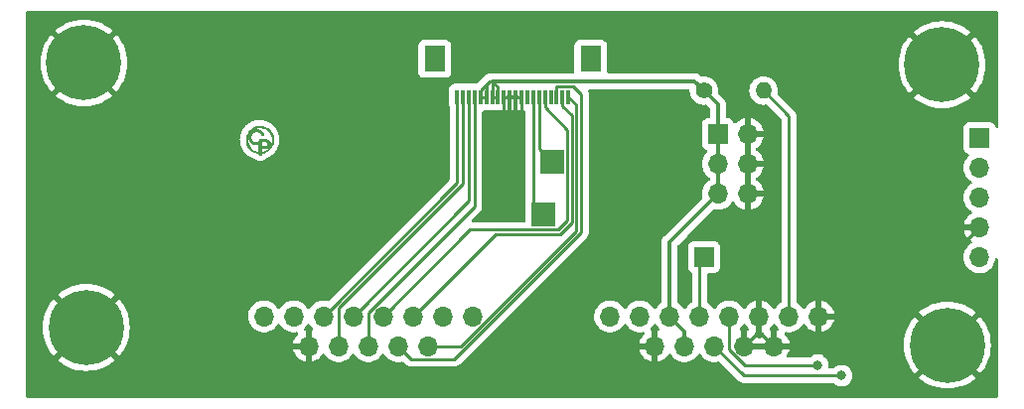
<source format=gbr>
%TF.GenerationSoftware,KiCad,Pcbnew,(7.0.0)*%
%TF.CreationDate,2023-03-30T12:26:05-04:00*%
%TF.ProjectId,headunit_hub,68656164-756e-4697-945f-6875622e6b69,rev?*%
%TF.SameCoordinates,Original*%
%TF.FileFunction,Copper,L1,Top*%
%TF.FilePolarity,Positive*%
%FSLAX46Y46*%
G04 Gerber Fmt 4.6, Leading zero omitted, Abs format (unit mm)*
G04 Created by KiCad (PCBNEW (7.0.0)) date 2023-03-30 12:26:05*
%MOMM*%
%LPD*%
G01*
G04 APERTURE LIST*
%TA.AperFunction,EtchedComponent*%
%ADD10C,0.010000*%
%TD*%
%TA.AperFunction,SMDPad,CuDef*%
%ADD11R,2.000000X2.000000*%
%TD*%
%TA.AperFunction,SMDPad,CuDef*%
%ADD12R,0.300000X1.300000*%
%TD*%
%TA.AperFunction,SMDPad,CuDef*%
%ADD13R,1.800000X2.200000*%
%TD*%
%TA.AperFunction,ComponentPad*%
%ADD14R,1.700000X1.700000*%
%TD*%
%TA.AperFunction,ComponentPad*%
%ADD15C,1.400000*%
%TD*%
%TA.AperFunction,ComponentPad*%
%ADD16O,1.400000X1.400000*%
%TD*%
%TA.AperFunction,ComponentPad*%
%ADD17O,1.700000X1.700000*%
%TD*%
%TA.AperFunction,ComponentPad*%
%ADD18C,0.800000*%
%TD*%
%TA.AperFunction,ComponentPad*%
%ADD19C,6.400000*%
%TD*%
%TA.AperFunction,ViaPad*%
%ADD20C,0.800000*%
%TD*%
%TA.AperFunction,Conductor*%
%ADD21C,0.250000*%
%TD*%
%TA.AperFunction,Conductor*%
%ADD22C,0.350000*%
%TD*%
G04 APERTURE END LIST*
%TO.C,H3*%
G36*
X122556712Y-84222468D02*
G01*
X122655744Y-84222468D01*
X122672448Y-84412368D01*
X122723459Y-84597587D01*
X122808657Y-84773380D01*
X122927923Y-84935005D01*
X123081138Y-85077715D01*
X123134886Y-85116945D01*
X123220903Y-85167162D01*
X123324066Y-85214184D01*
X123430350Y-85252768D01*
X123525731Y-85277671D01*
X123582337Y-85284221D01*
X123651129Y-85284668D01*
X123651129Y-84797835D01*
X123651129Y-84606528D01*
X123592920Y-84622066D01*
X123470583Y-84638400D01*
X123335149Y-84630405D01*
X123206793Y-84599930D01*
X123163945Y-84582782D01*
X123043581Y-84517587D01*
X122953473Y-84442534D01*
X122881578Y-84346055D01*
X122842774Y-84274292D01*
X122787020Y-84116764D01*
X122771709Y-83956298D01*
X122797026Y-83798449D01*
X122824556Y-83723200D01*
X122885766Y-83621002D01*
X122973475Y-83521807D01*
X123075311Y-83437242D01*
X123178898Y-83378930D01*
X123199064Y-83371330D01*
X123357564Y-83337727D01*
X123515339Y-83341914D01*
X123665645Y-83381296D01*
X123801739Y-83453275D01*
X123916879Y-83555257D01*
X124002269Y-83680589D01*
X124030874Y-83738114D01*
X124049389Y-83778336D01*
X124053295Y-83789420D01*
X124035533Y-83800686D01*
X124002345Y-83811200D01*
X123949059Y-83826255D01*
X123919590Y-83836192D01*
X123888147Y-83829792D01*
X123873122Y-83802192D01*
X123840308Y-83742066D01*
X123782669Y-83673131D01*
X123712194Y-83607484D01*
X123640870Y-83557221D01*
X123619379Y-83546158D01*
X123493660Y-83510947D01*
X123362813Y-83512961D01*
X123235980Y-83549571D01*
X123122307Y-83618148D01*
X123031569Y-83715153D01*
X122996979Y-83768445D01*
X122976537Y-83814457D01*
X122966569Y-83867667D01*
X122963400Y-83942552D01*
X122963212Y-83984464D01*
X122964925Y-84075026D01*
X122972204Y-84137558D01*
X122988257Y-84186294D01*
X123016291Y-84235472D01*
X123021601Y-84243575D01*
X123111889Y-84349092D01*
X123220430Y-84417522D01*
X123351729Y-84451419D01*
X123394789Y-84455160D01*
X123476977Y-84455856D01*
X123550000Y-84450000D01*
X123591781Y-84440767D01*
X123625819Y-84422788D01*
X123644137Y-84394163D01*
X123648059Y-84370648D01*
X123862795Y-84370648D01*
X123862795Y-84797835D01*
X124037420Y-84796640D01*
X124130022Y-84792966D01*
X124215671Y-84784341D01*
X124278129Y-84772495D01*
X124285577Y-84770181D01*
X124356045Y-84726169D01*
X124399512Y-84658563D01*
X124413397Y-84578350D01*
X124395120Y-84496517D01*
X124362083Y-84444473D01*
X124337160Y-84417940D01*
X124310817Y-84400416D01*
X124273724Y-84389641D01*
X124216551Y-84383357D01*
X124129969Y-84379306D01*
X124086917Y-84377866D01*
X123862795Y-84370648D01*
X123648059Y-84370648D01*
X123652836Y-84342006D01*
X123655281Y-84306667D01*
X123661712Y-84194585D01*
X124001931Y-84197109D01*
X124156066Y-84199919D01*
X124274545Y-84206924D01*
X124363972Y-84219858D01*
X124430954Y-84240460D01*
X124482096Y-84270463D01*
X124524004Y-84311606D01*
X124545837Y-84340069D01*
X124570441Y-84381616D01*
X124584854Y-84429044D01*
X124591556Y-84494929D01*
X124593045Y-84579324D01*
X124588344Y-84689458D01*
X124570717Y-84770055D01*
X124534878Y-84833215D01*
X124475543Y-84891039D01*
X124447328Y-84912943D01*
X124416605Y-84931867D01*
X124378286Y-84945057D01*
X124323782Y-84953879D01*
X124244508Y-84959698D01*
X124131877Y-84963880D01*
X124125844Y-84964053D01*
X123862795Y-84971521D01*
X123862795Y-85289379D01*
X123942170Y-85275755D01*
X123997860Y-85260123D01*
X124076801Y-85230405D01*
X124164727Y-85192124D01*
X124193434Y-85178479D01*
X124367382Y-85071284D01*
X124516582Y-84933696D01*
X124637418Y-84771444D01*
X124726276Y-84590259D01*
X124779539Y-84395872D01*
X124794129Y-84226335D01*
X124774391Y-84028921D01*
X124718031Y-83842481D01*
X124629330Y-83670751D01*
X124512568Y-83517464D01*
X124372026Y-83386355D01*
X124211983Y-83281159D01*
X124036721Y-83205608D01*
X123850519Y-83163439D01*
X123657659Y-83158385D01*
X123580423Y-83167462D01*
X123395183Y-83210036D01*
X123234366Y-83276943D01*
X123090992Y-83368788D01*
X122934376Y-83510934D01*
X122812663Y-83672120D01*
X122725732Y-83847600D01*
X122673466Y-84032630D01*
X122655744Y-84222468D01*
X122556712Y-84222468D01*
X122570098Y-84031049D01*
X122625799Y-83826807D01*
X122721644Y-83633909D01*
X122857006Y-83454438D01*
X122899712Y-83409097D01*
X123069616Y-83264219D01*
X123255759Y-83158405D01*
X123458594Y-83091466D01*
X123678575Y-83063214D01*
X123732390Y-83062168D01*
X123945063Y-83082554D01*
X124147127Y-83141479D01*
X124334094Y-83235594D01*
X124501478Y-83361549D01*
X124644790Y-83515996D01*
X124759543Y-83695584D01*
X124838404Y-83887668D01*
X124870195Y-84037372D01*
X124882245Y-84206490D01*
X124874566Y-84377440D01*
X124847175Y-84532641D01*
X124837855Y-84565001D01*
X124751426Y-84773671D01*
X124632567Y-84955725D01*
X124482849Y-85109771D01*
X124303844Y-85234415D01*
X124097122Y-85328263D01*
X123921004Y-85378453D01*
X123878388Y-85396247D01*
X123863621Y-85433388D01*
X123862795Y-85454404D01*
X123860450Y-85491758D01*
X123846136Y-85510384D01*
X123808934Y-85516795D01*
X123756962Y-85517501D01*
X123694281Y-85516012D01*
X123663021Y-85507435D01*
X123652279Y-85485606D01*
X123651129Y-85457660D01*
X123648579Y-85425625D01*
X123634802Y-85405187D01*
X123600603Y-85390814D01*
X123536790Y-85376975D01*
X123508254Y-85371690D01*
X123305160Y-85313692D01*
X123117163Y-85219174D01*
X122948849Y-85092624D01*
X122804809Y-84938532D01*
X122689628Y-84761384D01*
X122607897Y-84565670D01*
X122581637Y-84465240D01*
X122555168Y-84244554D01*
X122556712Y-84222468D01*
G37*
D10*
X122556712Y-84222468D02*
X122655744Y-84222468D01*
X122672448Y-84412368D01*
X122723459Y-84597587D01*
X122808657Y-84773380D01*
X122927923Y-84935005D01*
X123081138Y-85077715D01*
X123134886Y-85116945D01*
X123220903Y-85167162D01*
X123324066Y-85214184D01*
X123430350Y-85252768D01*
X123525731Y-85277671D01*
X123582337Y-85284221D01*
X123651129Y-85284668D01*
X123651129Y-84797835D01*
X123651129Y-84606528D01*
X123592920Y-84622066D01*
X123470583Y-84638400D01*
X123335149Y-84630405D01*
X123206793Y-84599930D01*
X123163945Y-84582782D01*
X123043581Y-84517587D01*
X122953473Y-84442534D01*
X122881578Y-84346055D01*
X122842774Y-84274292D01*
X122787020Y-84116764D01*
X122771709Y-83956298D01*
X122797026Y-83798449D01*
X122824556Y-83723200D01*
X122885766Y-83621002D01*
X122973475Y-83521807D01*
X123075311Y-83437242D01*
X123178898Y-83378930D01*
X123199064Y-83371330D01*
X123357564Y-83337727D01*
X123515339Y-83341914D01*
X123665645Y-83381296D01*
X123801739Y-83453275D01*
X123916879Y-83555257D01*
X124002269Y-83680589D01*
X124030874Y-83738114D01*
X124049389Y-83778336D01*
X124053295Y-83789420D01*
X124035533Y-83800686D01*
X124002345Y-83811200D01*
X123949059Y-83826255D01*
X123919590Y-83836192D01*
X123888147Y-83829792D01*
X123873122Y-83802192D01*
X123840308Y-83742066D01*
X123782669Y-83673131D01*
X123712194Y-83607484D01*
X123640870Y-83557221D01*
X123619379Y-83546158D01*
X123493660Y-83510947D01*
X123362813Y-83512961D01*
X123235980Y-83549571D01*
X123122307Y-83618148D01*
X123031569Y-83715153D01*
X122996979Y-83768445D01*
X122976537Y-83814457D01*
X122966569Y-83867667D01*
X122963400Y-83942552D01*
X122963212Y-83984464D01*
X122964925Y-84075026D01*
X122972204Y-84137558D01*
X122988257Y-84186294D01*
X123016291Y-84235472D01*
X123021601Y-84243575D01*
X123111889Y-84349092D01*
X123220430Y-84417522D01*
X123351729Y-84451419D01*
X123394789Y-84455160D01*
X123476977Y-84455856D01*
X123550000Y-84450000D01*
X123591781Y-84440767D01*
X123625819Y-84422788D01*
X123644137Y-84394163D01*
X123648059Y-84370648D01*
X123862795Y-84370648D01*
X123862795Y-84797835D01*
X124037420Y-84796640D01*
X124130022Y-84792966D01*
X124215671Y-84784341D01*
X124278129Y-84772495D01*
X124285577Y-84770181D01*
X124356045Y-84726169D01*
X124399512Y-84658563D01*
X124413397Y-84578350D01*
X124395120Y-84496517D01*
X124362083Y-84444473D01*
X124337160Y-84417940D01*
X124310817Y-84400416D01*
X124273724Y-84389641D01*
X124216551Y-84383357D01*
X124129969Y-84379306D01*
X124086917Y-84377866D01*
X123862795Y-84370648D01*
X123648059Y-84370648D01*
X123652836Y-84342006D01*
X123655281Y-84306667D01*
X123661712Y-84194585D01*
X124001931Y-84197109D01*
X124156066Y-84199919D01*
X124274545Y-84206924D01*
X124363972Y-84219858D01*
X124430954Y-84240460D01*
X124482096Y-84270463D01*
X124524004Y-84311606D01*
X124545837Y-84340069D01*
X124570441Y-84381616D01*
X124584854Y-84429044D01*
X124591556Y-84494929D01*
X124593045Y-84579324D01*
X124588344Y-84689458D01*
X124570717Y-84770055D01*
X124534878Y-84833215D01*
X124475543Y-84891039D01*
X124447328Y-84912943D01*
X124416605Y-84931867D01*
X124378286Y-84945057D01*
X124323782Y-84953879D01*
X124244508Y-84959698D01*
X124131877Y-84963880D01*
X124125844Y-84964053D01*
X123862795Y-84971521D01*
X123862795Y-85289379D01*
X123942170Y-85275755D01*
X123997860Y-85260123D01*
X124076801Y-85230405D01*
X124164727Y-85192124D01*
X124193434Y-85178479D01*
X124367382Y-85071284D01*
X124516582Y-84933696D01*
X124637418Y-84771444D01*
X124726276Y-84590259D01*
X124779539Y-84395872D01*
X124794129Y-84226335D01*
X124774391Y-84028921D01*
X124718031Y-83842481D01*
X124629330Y-83670751D01*
X124512568Y-83517464D01*
X124372026Y-83386355D01*
X124211983Y-83281159D01*
X124036721Y-83205608D01*
X123850519Y-83163439D01*
X123657659Y-83158385D01*
X123580423Y-83167462D01*
X123395183Y-83210036D01*
X123234366Y-83276943D01*
X123090992Y-83368788D01*
X122934376Y-83510934D01*
X122812663Y-83672120D01*
X122725732Y-83847600D01*
X122673466Y-84032630D01*
X122655744Y-84222468D01*
X122556712Y-84222468D01*
X122570098Y-84031049D01*
X122625799Y-83826807D01*
X122721644Y-83633909D01*
X122857006Y-83454438D01*
X122899712Y-83409097D01*
X123069616Y-83264219D01*
X123255759Y-83158405D01*
X123458594Y-83091466D01*
X123678575Y-83063214D01*
X123732390Y-83062168D01*
X123945063Y-83082554D01*
X124147127Y-83141479D01*
X124334094Y-83235594D01*
X124501478Y-83361549D01*
X124644790Y-83515996D01*
X124759543Y-83695584D01*
X124838404Y-83887668D01*
X124870195Y-84037372D01*
X124882245Y-84206490D01*
X124874566Y-84377440D01*
X124847175Y-84532641D01*
X124837855Y-84565001D01*
X124751426Y-84773671D01*
X124632567Y-84955725D01*
X124482849Y-85109771D01*
X124303844Y-85234415D01*
X124097122Y-85328263D01*
X123921004Y-85378453D01*
X123878388Y-85396247D01*
X123863621Y-85433388D01*
X123862795Y-85454404D01*
X123860450Y-85491758D01*
X123846136Y-85510384D01*
X123808934Y-85516795D01*
X123756962Y-85517501D01*
X123694281Y-85516012D01*
X123663021Y-85507435D01*
X123652279Y-85485606D01*
X123651129Y-85457660D01*
X123648579Y-85425625D01*
X123634802Y-85405187D01*
X123600603Y-85390814D01*
X123536790Y-85376975D01*
X123508254Y-85371690D01*
X123305160Y-85313692D01*
X123117163Y-85219174D01*
X122948849Y-85092624D01*
X122804809Y-84938532D01*
X122689628Y-84761384D01*
X122607897Y-84565670D01*
X122581637Y-84465240D01*
X122555168Y-84244554D01*
X122556712Y-84222468D01*
%TD*%
D11*
%TO.P,Ex1,1,Pin_1*%
%TO.N,Net-(Expansion_1-Pin_1)*%
X147899999Y-90649999D03*
%TD*%
D12*
%TO.P,ToPi,1,Pin_1*%
%TO.N,AMFM_button*%
X150049999Y-80599999D03*
%TO.P,ToPi,2,Pin_2*%
%TO.N,SCAN_button*%
X149549999Y-80599999D03*
%TO.P,ToPi,3,Pin_3*%
%TO.N,CD_button*%
X149049999Y-80599999D03*
%TO.P,ToPi,4,Pin_4*%
%TO.N,unconnected-(ToPi_ribbon1-Pin_4-Pad4)*%
X148549999Y-80599999D03*
%TO.P,ToPi,5,Pin_5*%
%TO.N,Scrn_Brightness*%
X148049999Y-80599999D03*
%TO.P,ToPi,6,Pin_6*%
%TO.N,Net-(Expansion_2-Pin_1)*%
X147549999Y-80599999D03*
%TO.P,ToPi,7,Pin_7*%
%TO.N,Net-(Expansion_1-Pin_1)*%
X147049999Y-80599999D03*
%TO.P,ToPi,8,Pin_8*%
%TO.N,unconnected-(ToPi_ribbon1-Pin_8-Pad8)*%
X146549999Y-80599999D03*
%TO.P,ToPi,9,Pin_9*%
%TO.N,GND*%
X146049999Y-80599999D03*
%TO.P,ToPi,10,Pin_10*%
X145549999Y-80599999D03*
%TO.P,ToPi,11,Pin_11*%
X145049999Y-80599999D03*
%TO.P,ToPi,12,Pin_12*%
X144549999Y-80599999D03*
%TO.P,ToPi,13,Pin_13*%
%TO.N,VCC*%
X144049999Y-80599999D03*
%TO.P,ToPi,14,Pin_14*%
X143549999Y-80599999D03*
%TO.P,ToPi,15,Pin_15*%
X143049999Y-80599999D03*
%TO.P,ToPi,16,Pin_16*%
X142549999Y-80599999D03*
%TO.P,ToPi,17,Pin_17*%
%TO.N,Expansion_7*%
X142049999Y-80599999D03*
%TO.P,ToPi,18,Pin_18*%
%TO.N,Expansion_6*%
X141549999Y-80599999D03*
%TO.P,ToPi,19,Pin_19*%
%TO.N,Expansion_5*%
X141049999Y-80599999D03*
%TO.P,ToPi,20,Pin_20*%
%TO.N,Expansion_4*%
X140549999Y-80599999D03*
D13*
%TO.P,ToPi,MP*%
%TO.N,N/C*%
X151949999Y-77349999D03*
X138649999Y-77349999D03*
%TD*%
D14*
%TO.P,LSCAN,1,Pin_1*%
%TO.N,/LSCAN*%
X161599999Y-94249999D03*
%TD*%
D11*
%TO.P,Ex2,1,Pin_1*%
%TO.N,Net-(Expansion_2-Pin_1)*%
X148699999Y-86149999D03*
%TD*%
D15*
%TO.P,R1,1*%
%TO.N,VCC*%
X161600000Y-80050000D03*
D16*
%TO.P,R1,2*%
%TO.N,/R_to_ActiveLED*%
X166679999Y-80049999D03*
%TD*%
D14*
%TO.P,J5,1,VBUS*%
%TO.N,VCC*%
X185099999Y-84089999D03*
D17*
%TO.P,J5,2,D-*%
%TO.N,Net-(J5-D-)*%
X185099999Y-86629999D03*
%TO.P,J5,3,D+*%
%TO.N,Net-(J5-D+)*%
X185099999Y-89169999D03*
%TO.P,J5,4,GND*%
%TO.N,GND*%
X185099999Y-91709999D03*
%TO.P,J5,5,Shield*%
%TO.N,unconnected-(J5-Shield-Pad5)*%
X185099999Y-94249999D03*
%TD*%
D18*
%TO.P,H4,1,1*%
%TO.N,GND*%
X106550000Y-100250000D03*
X107252944Y-98552944D03*
X107252944Y-101947056D03*
X108950000Y-97850000D03*
D19*
X108950000Y-100250000D03*
D18*
X108950000Y-102650000D03*
X110647056Y-98552944D03*
X110647056Y-101947056D03*
X111350000Y-100250000D03*
%TD*%
D14*
%TO.P,J6,1,Pin_1*%
%TO.N,VCC*%
X162799999Y-83759999D03*
D17*
%TO.P,J6,2,Pin_2*%
%TO.N,GND*%
X165339999Y-83759999D03*
%TO.P,J6,3,Pin_3*%
%TO.N,VCC*%
X162799999Y-86299999D03*
%TO.P,J6,4,Pin_4*%
%TO.N,GND*%
X165339999Y-86299999D03*
%TO.P,J6,5,Pin_5*%
%TO.N,VCC*%
X162799999Y-88839999D03*
%TO.P,J6,6,Pin_6*%
%TO.N,GND*%
X165339999Y-88839999D03*
%TD*%
D18*
%TO.P,H2,1,1*%
%TO.N,GND*%
X179950000Y-101750000D03*
X180652944Y-100052944D03*
X180652944Y-103447056D03*
X182350000Y-99350000D03*
D19*
X182350000Y-101750000D03*
D18*
X182350000Y-104150000D03*
X184047056Y-100052944D03*
X184047056Y-103447056D03*
X184750000Y-101750000D03*
%TD*%
%TO.P,H5,1,1*%
%TO.N,GND*%
X179500000Y-77850000D03*
X180202944Y-76152944D03*
X180202944Y-79547056D03*
X181900000Y-75450000D03*
D19*
X181900000Y-77850000D03*
D18*
X181900000Y-80250000D03*
X183597056Y-76152944D03*
X183597056Y-79547056D03*
X184300000Y-77850000D03*
%TD*%
D17*
%TO.P,J1,1*%
%TO.N,GND*%
X167574999Y-101834999D03*
%TO.P,J1,2*%
X166304999Y-99294999D03*
%TO.P,J1,3*%
X165034999Y-101834999D03*
%TO.P,J1,4*%
%TO.N,Net-(J5-D-)*%
X163764999Y-99294999D03*
%TO.P,J1,5*%
%TO.N,Net-(J5-D+)*%
X162494999Y-101834999D03*
%TO.P,J1,6*%
%TO.N,/LSCAN*%
X161224999Y-99294999D03*
%TO.P,J1,7*%
%TO.N,VCC*%
X159954999Y-101834999D03*
%TO.P,J1,8*%
X158684999Y-99294999D03*
%TO.P,J1,9*%
%TO.N,GND*%
X171384999Y-99294999D03*
%TO.P,J1,10*%
%TO.N,/R_to_ActiveLED*%
X168844999Y-99294999D03*
%TO.P,J1,11*%
%TO.N,unconnected-(J1-Pad11)*%
X156144999Y-99294999D03*
%TO.P,J1,12*%
%TO.N,unconnected-(J1-Pad12)*%
X153604999Y-99294999D03*
%TO.P,J1,SH*%
%TO.N,GND*%
X157414999Y-101834999D03*
%TD*%
D18*
%TO.P,H1,1,1*%
%TO.N,GND*%
X106350000Y-77700000D03*
X107052944Y-76002944D03*
X107052944Y-79397056D03*
X108750000Y-75300000D03*
D19*
X108750000Y-77700000D03*
D18*
X108750000Y-80100000D03*
X110447056Y-76002944D03*
X110447056Y-79397056D03*
X111150000Y-77700000D03*
%TD*%
D17*
%TO.P,J3,1*%
%TO.N,AMFM_button*%
X138064999Y-101834999D03*
%TO.P,J3,2*%
%TO.N,SCAN_button*%
X136794999Y-99294999D03*
%TO.P,J3,3*%
%TO.N,CD_button*%
X135524999Y-101834999D03*
%TO.P,J3,4*%
%TO.N,Scrn_Brightness*%
X134254999Y-99294999D03*
%TO.P,J3,5*%
%TO.N,Expansion_7*%
X132984999Y-101834999D03*
%TO.P,J3,6*%
%TO.N,Expansion_6*%
X131714999Y-99294999D03*
%TO.P,J3,7*%
%TO.N,Expansion_5*%
X130444999Y-101834999D03*
%TO.P,J3,8*%
%TO.N,Expansion_4*%
X129174999Y-99294999D03*
%TO.P,J3,9*%
%TO.N,unconnected-(J3-Pad9)*%
X141874999Y-99294999D03*
%TO.P,J3,10*%
%TO.N,unconnected-(J3-Pad10)*%
X139334999Y-99294999D03*
%TO.P,J3,11*%
%TO.N,unconnected-(J3-Pad11)*%
X126634999Y-99294999D03*
%TO.P,J3,12*%
%TO.N,unconnected-(J3-Pad12)*%
X124094999Y-99294999D03*
%TO.P,J3,SH*%
%TO.N,GND*%
X127904999Y-101834999D03*
%TD*%
D20*
%TO.N,GND*%
X143650000Y-85700000D03*
X143650000Y-83150000D03*
X145550000Y-85900000D03*
X145250000Y-84450000D03*
%TO.N,Net-(J5-D-)*%
X171300000Y-103450000D03*
%TO.N,Net-(J5-D+)*%
X173350000Y-104350000D03*
%TD*%
D21*
%TO.N,Net-(Expansion_1-Pin_1)*%
X147900000Y-90650000D02*
X147050000Y-89800000D01*
X147050000Y-89800000D02*
X147050000Y-80600000D01*
%TO.N,Net-(Expansion_2-Pin_1)*%
X147550000Y-85000000D02*
X147550000Y-80600000D01*
X148700000Y-86150000D02*
X147550000Y-85000000D01*
%TO.N,AMFM_button*%
X138065000Y-101835000D02*
X140893464Y-101835000D01*
X140893464Y-101835000D02*
X150705002Y-92023462D01*
X150705002Y-81255002D02*
X150050000Y-80600000D01*
X150705002Y-92023462D02*
X150705002Y-81255002D01*
%TO.N,SCAN_button*%
X150328501Y-82182501D02*
X149550000Y-81404000D01*
X149308158Y-92279000D02*
X150328501Y-91258657D01*
X136795000Y-99295000D02*
X143811000Y-92279000D01*
X143811000Y-92279000D02*
X149308158Y-92279000D01*
X150328501Y-91258657D02*
X150328501Y-82182501D01*
X149550000Y-81404000D02*
X149550000Y-80600000D01*
%TO.N,CD_button*%
X140323916Y-102937000D02*
X151150000Y-92110916D01*
X151150000Y-92110916D02*
X151150000Y-80396000D01*
X149052000Y-79698000D02*
X149050000Y-79700000D01*
X151150000Y-80396000D02*
X150452000Y-79698000D01*
X135525000Y-101835000D02*
X136627000Y-102937000D01*
X149050000Y-79700000D02*
X149050000Y-80600000D01*
X150452000Y-79698000D02*
X149052000Y-79698000D01*
X136627000Y-102937000D02*
X140323916Y-102937000D01*
%TO.N,Scrn_Brightness*%
X149952000Y-83402000D02*
X148050000Y-81500000D01*
X148050000Y-81500000D02*
X148050000Y-80600000D01*
X134255000Y-99295000D02*
X141648000Y-91902000D01*
X149952000Y-91102000D02*
X149952000Y-83402000D01*
X141648000Y-91902000D02*
X149152000Y-91902000D01*
X149152000Y-91902000D02*
X149952000Y-91102000D01*
%TO.N,Expansion_7*%
X142050000Y-89941536D02*
X132985000Y-99006536D01*
X132985000Y-99006536D02*
X132985000Y-101835000D01*
X142050000Y-80600000D02*
X142050000Y-89941536D01*
%TO.N,Expansion_6*%
X141550000Y-80600000D02*
X141550000Y-89460000D01*
X141550000Y-89460000D02*
X131715000Y-99295000D01*
%TO.N,VCC*%
X143550000Y-80600000D02*
X143550000Y-79250000D01*
X143350000Y-79250000D02*
X143050000Y-79550000D01*
X143050000Y-79550000D02*
X143050000Y-80600000D01*
X144050000Y-80600000D02*
X144050000Y-79750000D01*
D22*
X160800000Y-79250000D02*
X161600000Y-80050000D01*
X162800000Y-81250000D02*
X161600000Y-80050000D01*
X162800000Y-86300000D02*
X162800000Y-88840000D01*
X143550000Y-79250000D02*
X160800000Y-79250000D01*
D21*
X142550000Y-80050000D02*
X143350000Y-79250000D01*
X142550000Y-80600000D02*
X143050000Y-80600000D01*
D22*
X158685000Y-92955000D02*
X162800000Y-88840000D01*
X159955000Y-101835000D02*
X159955000Y-100565000D01*
D21*
X142550000Y-80600000D02*
X142550000Y-80050000D01*
D22*
X162800000Y-83760000D02*
X162800000Y-86300000D01*
D21*
X144050000Y-79750000D02*
X143550000Y-79250000D01*
D22*
X158685000Y-99295000D02*
X158685000Y-92955000D01*
X162800000Y-83760000D02*
X162800000Y-81250000D01*
D21*
X143550000Y-79250000D02*
X143350000Y-79250000D01*
D22*
X159955000Y-100565000D02*
X158685000Y-99295000D01*
D21*
X143550000Y-80600000D02*
X144050000Y-80600000D01*
%TO.N,Expansion_5*%
X141050000Y-87953158D02*
X130445000Y-98558158D01*
X130445000Y-98558158D02*
X130445000Y-101835000D01*
X141050000Y-80600000D02*
X141050000Y-87953158D01*
%TO.N,Expansion_4*%
X129175000Y-99295000D02*
X140550000Y-87920000D01*
X140550000Y-87920000D02*
X140550000Y-80600000D01*
%TO.N,GND*%
X165340000Y-83760000D02*
X165340000Y-86300000D01*
X145550000Y-84150000D02*
X145550000Y-80600000D01*
X145550000Y-80600000D02*
X146050000Y-80600000D01*
X145250000Y-84450000D02*
X144550000Y-83750000D01*
X167575000Y-101835000D02*
X174975000Y-101835000D01*
X145250000Y-84450000D02*
X145550000Y-84150000D01*
X145050000Y-84250000D02*
X145050000Y-80600000D01*
X145250000Y-84450000D02*
X145050000Y-84250000D01*
X166305000Y-99295000D02*
X166305000Y-100565000D01*
X144550000Y-80600000D02*
X145050000Y-80600000D01*
X144550000Y-83750000D02*
X144550000Y-80600000D01*
X166305000Y-100565000D02*
X167575000Y-101835000D01*
X174975000Y-101835000D02*
X185100000Y-91710000D01*
X145050000Y-80600000D02*
X145550000Y-80600000D01*
X165340000Y-86300000D02*
X165340000Y-88840000D01*
X165035000Y-101835000D02*
X166305000Y-100565000D01*
X146050000Y-83650000D02*
X146050000Y-80600000D01*
X145250000Y-84450000D02*
X146050000Y-83650000D01*
%TO.N,Net-(J5-D-)*%
X163765000Y-99295000D02*
X163765000Y-102123464D01*
X165091536Y-103450000D02*
X171300000Y-103450000D01*
X163765000Y-102123464D02*
X165091536Y-103450000D01*
%TO.N,/LSCAN*%
X161225000Y-94625000D02*
X161600000Y-94250000D01*
X161225000Y-99295000D02*
X161225000Y-94625000D01*
%TO.N,Net-(J5-D+)*%
X165010000Y-104350000D02*
X173350000Y-104350000D01*
X162495000Y-101835000D02*
X165010000Y-104350000D01*
%TO.N,/R_to_ActiveLED*%
X168845000Y-82215000D02*
X168845000Y-99295000D01*
X166680000Y-80050000D02*
X168845000Y-82215000D01*
%TD*%
%TA.AperFunction,Conductor*%
%TO.N,GND*%
G36*
X145828500Y-80466881D02*
G01*
X145874619Y-80513000D01*
X145891500Y-80576000D01*
X145891500Y-80624000D01*
X145874619Y-80687000D01*
X145828500Y-80733119D01*
X145765500Y-80750000D01*
X145716590Y-80750000D01*
X145703506Y-80753506D01*
X145700000Y-80766590D01*
X145700000Y-81741410D01*
X145703506Y-81754493D01*
X145716590Y-81758000D01*
X145745224Y-81758000D01*
X145751932Y-81757640D01*
X145786528Y-81753920D01*
X145813472Y-81753920D01*
X145848067Y-81757640D01*
X145854776Y-81758000D01*
X145883410Y-81758000D01*
X145896493Y-81754493D01*
X145903262Y-81729234D01*
X145932749Y-81675986D01*
X145983757Y-81642774D01*
X146044383Y-81637349D01*
X146100476Y-81660974D01*
X146153795Y-81700888D01*
X146153584Y-81701171D01*
X146186040Y-81728624D01*
X146195407Y-81747336D01*
X146202220Y-81754149D01*
X146216590Y-81758000D01*
X146245223Y-81758000D01*
X146251936Y-81757640D01*
X146277030Y-81754942D01*
X146345554Y-81766884D01*
X146397301Y-81813365D01*
X146416500Y-81880220D01*
X146416500Y-89468497D01*
X146408555Y-89512529D01*
X146398011Y-89540799D01*
X146397168Y-89548635D01*
X146397167Y-89548642D01*
X146391860Y-89598011D01*
X146391500Y-89601362D01*
X146391500Y-89604731D01*
X146391500Y-91142500D01*
X146374619Y-91205500D01*
X146328500Y-91251619D01*
X146265500Y-91268500D01*
X141923132Y-91268500D01*
X141865929Y-91254767D01*
X141821196Y-91216561D01*
X141798683Y-91162211D01*
X141803299Y-91103564D01*
X141834036Y-91053405D01*
X141958525Y-90928914D01*
X142442269Y-90445170D01*
X142450537Y-90437648D01*
X142457018Y-90433536D01*
X142503660Y-90383865D01*
X142506352Y-90381087D01*
X142526135Y-90361306D01*
X142528613Y-90358110D01*
X142536308Y-90349099D01*
X142566586Y-90316857D01*
X142576348Y-90299098D01*
X142587195Y-90282586D01*
X142599614Y-90266577D01*
X142617179Y-90225982D01*
X142622388Y-90215350D01*
X142643695Y-90176596D01*
X142648733Y-90156970D01*
X142655134Y-90138273D01*
X142663181Y-90119681D01*
X142670096Y-90076013D01*
X142672504Y-90064389D01*
X142681529Y-90029241D01*
X142683500Y-90021566D01*
X142683500Y-90001312D01*
X142685051Y-89981601D01*
X142686980Y-89969421D01*
X142688220Y-89961593D01*
X142684058Y-89917574D01*
X142683500Y-89905717D01*
X142683500Y-81880725D01*
X142702699Y-81813870D01*
X142754446Y-81767389D01*
X142822968Y-81755447D01*
X142851362Y-81758500D01*
X143245271Y-81758500D01*
X143248638Y-81758500D01*
X143286532Y-81754426D01*
X143313468Y-81754426D01*
X143351362Y-81758500D01*
X143745271Y-81758500D01*
X143748638Y-81758500D01*
X143786532Y-81754426D01*
X143813468Y-81754426D01*
X143851362Y-81758500D01*
X144245271Y-81758500D01*
X144248638Y-81758500D01*
X144288886Y-81754173D01*
X144315820Y-81754173D01*
X144348065Y-81757640D01*
X144354777Y-81758000D01*
X144383410Y-81758000D01*
X144397779Y-81754149D01*
X144404591Y-81747337D01*
X144413958Y-81728625D01*
X144446415Y-81701171D01*
X144446204Y-81700889D01*
X144446205Y-81700888D01*
X144499521Y-81660975D01*
X144555615Y-81637349D01*
X144616240Y-81642774D01*
X144667248Y-81675985D01*
X144696737Y-81729232D01*
X144703506Y-81754493D01*
X144716590Y-81758000D01*
X144745224Y-81758000D01*
X144751932Y-81757640D01*
X144786528Y-81753920D01*
X144813472Y-81753920D01*
X144848067Y-81757640D01*
X144854776Y-81758000D01*
X144883410Y-81758000D01*
X144896493Y-81754493D01*
X144900000Y-81741410D01*
X145200000Y-81741410D01*
X145203506Y-81754493D01*
X145216590Y-81758000D01*
X145245224Y-81758000D01*
X145251932Y-81757640D01*
X145286528Y-81753920D01*
X145313472Y-81753920D01*
X145348067Y-81757640D01*
X145354776Y-81758000D01*
X145383410Y-81758000D01*
X145396493Y-81754493D01*
X145400000Y-81741410D01*
X145400000Y-80766590D01*
X145396493Y-80753506D01*
X145383410Y-80750000D01*
X145216590Y-80750000D01*
X145203506Y-80753506D01*
X145200000Y-80766590D01*
X145200000Y-81741410D01*
X144900000Y-81741410D01*
X144900000Y-80766590D01*
X144896493Y-80753506D01*
X144883410Y-80750000D01*
X144834500Y-80750000D01*
X144771500Y-80733119D01*
X144725381Y-80687000D01*
X144708500Y-80624000D01*
X144708500Y-80576000D01*
X144725381Y-80513000D01*
X144771500Y-80466881D01*
X144834500Y-80450000D01*
X145765500Y-80450000D01*
X145828500Y-80466881D01*
G37*
%TD.AperFunction*%
%TA.AperFunction,Conductor*%
G36*
X186636500Y-73267381D02*
G01*
X186682619Y-73313500D01*
X186699500Y-73376500D01*
X186699500Y-83101388D01*
X186684973Y-83160122D01*
X186644743Y-83205313D01*
X186588085Y-83226541D01*
X186528064Y-83218911D01*
X186478520Y-83184182D01*
X186452223Y-83132984D01*
X186451989Y-83130799D01*
X186400889Y-82993796D01*
X186313261Y-82876739D01*
X186306049Y-82871340D01*
X186203417Y-82794510D01*
X186203414Y-82794508D01*
X186196204Y-82789111D01*
X186187766Y-82785964D01*
X186187763Y-82785962D01*
X186066580Y-82740763D01*
X186066578Y-82740762D01*
X186059201Y-82738011D01*
X186051373Y-82737169D01*
X186051367Y-82737168D01*
X186001988Y-82731860D01*
X186001985Y-82731859D01*
X185998638Y-82731500D01*
X184201362Y-82731500D01*
X184198015Y-82731859D01*
X184198011Y-82731860D01*
X184148632Y-82737168D01*
X184148625Y-82737169D01*
X184140799Y-82738011D01*
X184133423Y-82740761D01*
X184133419Y-82740763D01*
X184012236Y-82785962D01*
X184012230Y-82785965D01*
X184003796Y-82789111D01*
X183996588Y-82794506D01*
X183996582Y-82794510D01*
X183893950Y-82871340D01*
X183893946Y-82871343D01*
X183886739Y-82876739D01*
X183881343Y-82883946D01*
X183881340Y-82883950D01*
X183804510Y-82986582D01*
X183804506Y-82986588D01*
X183799111Y-82993796D01*
X183795965Y-83002230D01*
X183795962Y-83002236D01*
X183750763Y-83123419D01*
X183750761Y-83123423D01*
X183748011Y-83130799D01*
X183747169Y-83138625D01*
X183747168Y-83138632D01*
X183742272Y-83184182D01*
X183741500Y-83191362D01*
X183741500Y-84988638D01*
X183741859Y-84991985D01*
X183741860Y-84991988D01*
X183747168Y-85041367D01*
X183747169Y-85041373D01*
X183748011Y-85049201D01*
X183750762Y-85056578D01*
X183750763Y-85056580D01*
X183795962Y-85177763D01*
X183795964Y-85177766D01*
X183799111Y-85186204D01*
X183804508Y-85193414D01*
X183804510Y-85193417D01*
X183872049Y-85283638D01*
X183886739Y-85303261D01*
X183893950Y-85308659D01*
X183937825Y-85341504D01*
X184003796Y-85390889D01*
X184012235Y-85394036D01*
X184012236Y-85394037D01*
X184118806Y-85433786D01*
X184169140Y-85468350D01*
X184197314Y-85522520D01*
X184196711Y-85583576D01*
X184167474Y-85637180D01*
X184027806Y-85788899D01*
X184027802Y-85788902D01*
X184024278Y-85792732D01*
X184021430Y-85797090D01*
X184021427Y-85797095D01*
X183904479Y-85976098D01*
X183901140Y-85981209D01*
X183899048Y-85985978D01*
X183899046Y-85985982D01*
X183812799Y-86182606D01*
X183812796Y-86182614D01*
X183810704Y-86187384D01*
X183809423Y-86192440D01*
X183809422Y-86192445D01*
X183756717Y-86400573D01*
X183755436Y-86405632D01*
X183755006Y-86410820D01*
X183755005Y-86410827D01*
X183742929Y-86556565D01*
X183736844Y-86630000D01*
X183737274Y-86635189D01*
X183747101Y-86753790D01*
X183755436Y-86854368D01*
X183756717Y-86859426D01*
X183792542Y-87000898D01*
X183810704Y-87072616D01*
X183812797Y-87077389D01*
X183812799Y-87077393D01*
X183888147Y-87249170D01*
X183901140Y-87278791D01*
X184024278Y-87467268D01*
X184059475Y-87505502D01*
X184173227Y-87629069D01*
X184173231Y-87629073D01*
X184176760Y-87632906D01*
X184354424Y-87771189D01*
X184359002Y-87773666D01*
X184359009Y-87773671D01*
X184387680Y-87789187D01*
X184435951Y-87835503D01*
X184453710Y-87900000D01*
X184435951Y-87964497D01*
X184387680Y-88010813D01*
X184359009Y-88026328D01*
X184358993Y-88026338D01*
X184354424Y-88028811D01*
X184350313Y-88032010D01*
X184350311Y-88032012D01*
X184180878Y-88163888D01*
X184180872Y-88163893D01*
X184176760Y-88167094D01*
X184173237Y-88170919D01*
X184173227Y-88170930D01*
X184027806Y-88328899D01*
X184027802Y-88328902D01*
X184024278Y-88332732D01*
X184021430Y-88337090D01*
X184021427Y-88337095D01*
X183903992Y-88516843D01*
X183901140Y-88521209D01*
X183899048Y-88525978D01*
X183899046Y-88525982D01*
X183812799Y-88722606D01*
X183812796Y-88722614D01*
X183810704Y-88727384D01*
X183809423Y-88732440D01*
X183809422Y-88732445D01*
X183756717Y-88940573D01*
X183755436Y-88945632D01*
X183755006Y-88950820D01*
X183755005Y-88950827D01*
X183742929Y-89096565D01*
X183736844Y-89170000D01*
X183737274Y-89175189D01*
X183747101Y-89293790D01*
X183755436Y-89394368D01*
X183756717Y-89399426D01*
X183807005Y-89598011D01*
X183810704Y-89612616D01*
X183812797Y-89617389D01*
X183812799Y-89617393D01*
X183888147Y-89789170D01*
X183901140Y-89818791D01*
X184024278Y-90007268D01*
X184044506Y-90029241D01*
X184173227Y-90169069D01*
X184173231Y-90169073D01*
X184176760Y-90172906D01*
X184354424Y-90311189D01*
X184359000Y-90313665D01*
X184359004Y-90313668D01*
X184369582Y-90319392D01*
X184388205Y-90329470D01*
X184436476Y-90375784D01*
X184454237Y-90440281D01*
X184436479Y-90504779D01*
X184388209Y-90551096D01*
X184359285Y-90566749D01*
X184350588Y-90572431D01*
X184181211Y-90704262D01*
X184173567Y-90711299D01*
X184028210Y-90869200D01*
X184021822Y-90877406D01*
X183904431Y-91057086D01*
X183899488Y-91066221D01*
X183813270Y-91262776D01*
X183809900Y-91272591D01*
X183766986Y-91442056D01*
X183766751Y-91453434D01*
X183777840Y-91456000D01*
X185228000Y-91456000D01*
X185291000Y-91472881D01*
X185337119Y-91519000D01*
X185354000Y-91582000D01*
X185354000Y-91838000D01*
X185337119Y-91901000D01*
X185291000Y-91947119D01*
X185228000Y-91964000D01*
X183777840Y-91964000D01*
X183766751Y-91966565D01*
X183766986Y-91977943D01*
X183809900Y-92147408D01*
X183813270Y-92157223D01*
X183899488Y-92353778D01*
X183904431Y-92362913D01*
X184021822Y-92542593D01*
X184028210Y-92550799D01*
X184173567Y-92708700D01*
X184181211Y-92715737D01*
X184350588Y-92847568D01*
X184359281Y-92853247D01*
X184388206Y-92868901D01*
X184436478Y-92915217D01*
X184454237Y-92979715D01*
X184436478Y-93044212D01*
X184388207Y-93090528D01*
X184376701Y-93096755D01*
X184359000Y-93106334D01*
X184358994Y-93106337D01*
X184354424Y-93108811D01*
X184350313Y-93112010D01*
X184350311Y-93112012D01*
X184180878Y-93243888D01*
X184180872Y-93243893D01*
X184176760Y-93247094D01*
X184173237Y-93250919D01*
X184173227Y-93250930D01*
X184027806Y-93408899D01*
X184027802Y-93408902D01*
X184024278Y-93412732D01*
X184021430Y-93417090D01*
X184021427Y-93417095D01*
X183903992Y-93596843D01*
X183901140Y-93601209D01*
X183899048Y-93605978D01*
X183899046Y-93605982D01*
X183812799Y-93802606D01*
X183812796Y-93802614D01*
X183810704Y-93807384D01*
X183755436Y-94025632D01*
X183755006Y-94030820D01*
X183755005Y-94030827D01*
X183744037Y-94163190D01*
X183736844Y-94250000D01*
X183737274Y-94255189D01*
X183747101Y-94373790D01*
X183755436Y-94474368D01*
X183810704Y-94692616D01*
X183901140Y-94898791D01*
X184024278Y-95087268D01*
X184027806Y-95091100D01*
X184173227Y-95249069D01*
X184173231Y-95249073D01*
X184176760Y-95252906D01*
X184354424Y-95391189D01*
X184552426Y-95498342D01*
X184557355Y-95500034D01*
X184557357Y-95500035D01*
X184658895Y-95534893D01*
X184765365Y-95571444D01*
X184987431Y-95608500D01*
X185207358Y-95608500D01*
X185212569Y-95608500D01*
X185434635Y-95571444D01*
X185647574Y-95498342D01*
X185845576Y-95391189D01*
X186023240Y-95252906D01*
X186175722Y-95087268D01*
X186298860Y-94898791D01*
X186389296Y-94692616D01*
X186444564Y-94474368D01*
X186447930Y-94433746D01*
X186468977Y-94373790D01*
X186516607Y-94331728D01*
X186578707Y-94318260D01*
X186639483Y-94336810D01*
X186683477Y-94382661D01*
X186699500Y-94444152D01*
X186699500Y-106123500D01*
X186682619Y-106186500D01*
X186636500Y-106232619D01*
X186573500Y-106249500D01*
X103926500Y-106249500D01*
X103863500Y-106232619D01*
X103817381Y-106186500D01*
X103800500Y-106123500D01*
X103800500Y-103046820D01*
X106517835Y-103046820D01*
X106525850Y-103058267D01*
X106764929Y-103251869D01*
X106770272Y-103255751D01*
X107090685Y-103463830D01*
X107096394Y-103467126D01*
X107436811Y-103640578D01*
X107442835Y-103643260D01*
X107799501Y-103780170D01*
X107805784Y-103782212D01*
X108174815Y-103881094D01*
X108181265Y-103882465D01*
X108558629Y-103942233D01*
X108565167Y-103942920D01*
X108946699Y-103962916D01*
X108953301Y-103962916D01*
X109334832Y-103942920D01*
X109341370Y-103942233D01*
X109718734Y-103882465D01*
X109725184Y-103881094D01*
X110094215Y-103782212D01*
X110100498Y-103780170D01*
X110457164Y-103643260D01*
X110463188Y-103640578D01*
X110803605Y-103467126D01*
X110809314Y-103463830D01*
X111129728Y-103255751D01*
X111135064Y-103251874D01*
X111374150Y-103058265D01*
X111382164Y-103046821D01*
X111375389Y-103034599D01*
X108961729Y-100620939D01*
X108950000Y-100614167D01*
X108938270Y-100620939D01*
X106524609Y-103034599D01*
X106517835Y-103046820D01*
X103800500Y-103046820D01*
X103800500Y-100253301D01*
X105237084Y-100253301D01*
X105257079Y-100634832D01*
X105257766Y-100641370D01*
X105317534Y-101018734D01*
X105318905Y-101025184D01*
X105417787Y-101394215D01*
X105419829Y-101400498D01*
X105556739Y-101757164D01*
X105559421Y-101763188D01*
X105732873Y-102103605D01*
X105736169Y-102109314D01*
X105944248Y-102429727D01*
X105948130Y-102435070D01*
X106141731Y-102674148D01*
X106153178Y-102682163D01*
X106165399Y-102675389D01*
X108579060Y-100261729D01*
X108585832Y-100250000D01*
X109314167Y-100250000D01*
X109320939Y-100261729D01*
X111734599Y-102675389D01*
X111746821Y-102682164D01*
X111758265Y-102674150D01*
X111951874Y-102435064D01*
X111955751Y-102429728D01*
X112163830Y-102109314D01*
X112167126Y-102103605D01*
X112173261Y-102091565D01*
X126571751Y-102091565D01*
X126571986Y-102102943D01*
X126614900Y-102272408D01*
X126618270Y-102282223D01*
X126704488Y-102478778D01*
X126709431Y-102487913D01*
X126826822Y-102667593D01*
X126833210Y-102675799D01*
X126978567Y-102833700D01*
X126986211Y-102840737D01*
X127155588Y-102972568D01*
X127164281Y-102978247D01*
X127353042Y-103080400D01*
X127362559Y-103084575D01*
X127565557Y-103154264D01*
X127575627Y-103156814D01*
X127637461Y-103167132D01*
X127648598Y-103166556D01*
X127651000Y-103155664D01*
X127651000Y-102105590D01*
X127647493Y-102092506D01*
X127634410Y-102089000D01*
X126582840Y-102089000D01*
X126571751Y-102091565D01*
X112173261Y-102091565D01*
X112340578Y-101763188D01*
X112343260Y-101757164D01*
X112480170Y-101400498D01*
X112482212Y-101394215D01*
X112581094Y-101025184D01*
X112582465Y-101018734D01*
X112642233Y-100641370D01*
X112642920Y-100634832D01*
X112662916Y-100253301D01*
X112662916Y-100246699D01*
X112642920Y-99865167D01*
X112642233Y-99858629D01*
X112582465Y-99481265D01*
X112581094Y-99474815D01*
X112532913Y-99295000D01*
X122731844Y-99295000D01*
X122732274Y-99300189D01*
X122747278Y-99481265D01*
X122750436Y-99519368D01*
X122805704Y-99737616D01*
X122807797Y-99742389D01*
X122807799Y-99742393D01*
X122867747Y-99879060D01*
X122896140Y-99943791D01*
X123019278Y-100132268D01*
X123022806Y-100136100D01*
X123168227Y-100294069D01*
X123168231Y-100294073D01*
X123171760Y-100297906D01*
X123349424Y-100436189D01*
X123547426Y-100543342D01*
X123552355Y-100545034D01*
X123552357Y-100545035D01*
X123653895Y-100579892D01*
X123760365Y-100616444D01*
X123982431Y-100653500D01*
X124202358Y-100653500D01*
X124207569Y-100653500D01*
X124429635Y-100616444D01*
X124642574Y-100543342D01*
X124840576Y-100436189D01*
X125018240Y-100297906D01*
X125170722Y-100132268D01*
X125259518Y-99996354D01*
X125305030Y-99954457D01*
X125365000Y-99939271D01*
X125424970Y-99954457D01*
X125470481Y-99996354D01*
X125559278Y-100132268D01*
X125562806Y-100136100D01*
X125708227Y-100294069D01*
X125708231Y-100294073D01*
X125711760Y-100297906D01*
X125889424Y-100436189D01*
X126087426Y-100543342D01*
X126092355Y-100545034D01*
X126092357Y-100545035D01*
X126193895Y-100579892D01*
X126300365Y-100616444D01*
X126522431Y-100653500D01*
X126742358Y-100653500D01*
X126747569Y-100653500D01*
X126752715Y-100652641D01*
X126752718Y-100652641D01*
X126857294Y-100635191D01*
X126918945Y-100640299D01*
X126970734Y-100674134D01*
X127000177Y-100728541D01*
X127000178Y-100790403D01*
X126970735Y-100844809D01*
X126833205Y-100994207D01*
X126826822Y-101002406D01*
X126709431Y-101182086D01*
X126704488Y-101191221D01*
X126618270Y-101387776D01*
X126614900Y-101397591D01*
X126571986Y-101567056D01*
X126571751Y-101578434D01*
X126582840Y-101581000D01*
X127634410Y-101581000D01*
X127647493Y-101577493D01*
X127651000Y-101564410D01*
X127651000Y-100514336D01*
X127648529Y-100503131D01*
X127583127Y-100480393D01*
X127539423Y-100425275D01*
X127532077Y-100355317D01*
X127563378Y-100292324D01*
X127710722Y-100132268D01*
X127799518Y-99996354D01*
X127845030Y-99954457D01*
X127905000Y-99939271D01*
X127964970Y-99954457D01*
X128010481Y-99996354D01*
X128099278Y-100132268D01*
X128102806Y-100136100D01*
X128246620Y-100292323D01*
X128277922Y-100355317D01*
X128270576Y-100425275D01*
X128226872Y-100480393D01*
X128161470Y-100503131D01*
X128159000Y-100514336D01*
X128159000Y-103155664D01*
X128161401Y-103166556D01*
X128172538Y-103167132D01*
X128234372Y-103156814D01*
X128244442Y-103154264D01*
X128447440Y-103084575D01*
X128456957Y-103080400D01*
X128645718Y-102978247D01*
X128654411Y-102972568D01*
X128823788Y-102840737D01*
X128831432Y-102833700D01*
X128976789Y-102675799D01*
X128983181Y-102667587D01*
X129069218Y-102535899D01*
X129114732Y-102494000D01*
X129174701Y-102478814D01*
X129234670Y-102494000D01*
X129280183Y-102535898D01*
X129369278Y-102672268D01*
X129419727Y-102727069D01*
X129518227Y-102834069D01*
X129518231Y-102834073D01*
X129521760Y-102837906D01*
X129699424Y-102976189D01*
X129897426Y-103083342D01*
X129902355Y-103085034D01*
X129902357Y-103085035D01*
X130003895Y-103119893D01*
X130110365Y-103156444D01*
X130332431Y-103193500D01*
X130552358Y-103193500D01*
X130557569Y-103193500D01*
X130779635Y-103156444D01*
X130992574Y-103083342D01*
X131190576Y-102976189D01*
X131368240Y-102837906D01*
X131520722Y-102672268D01*
X131609518Y-102536354D01*
X131655030Y-102494457D01*
X131715000Y-102479271D01*
X131774970Y-102494457D01*
X131820481Y-102536354D01*
X131909278Y-102672268D01*
X131959727Y-102727069D01*
X132058227Y-102834069D01*
X132058231Y-102834073D01*
X132061760Y-102837906D01*
X132239424Y-102976189D01*
X132437426Y-103083342D01*
X132442355Y-103085034D01*
X132442357Y-103085035D01*
X132543895Y-103119893D01*
X132650365Y-103156444D01*
X132872431Y-103193500D01*
X133092358Y-103193500D01*
X133097569Y-103193500D01*
X133319635Y-103156444D01*
X133532574Y-103083342D01*
X133730576Y-102976189D01*
X133908240Y-102837906D01*
X134060722Y-102672268D01*
X134149518Y-102536354D01*
X134195030Y-102494457D01*
X134255000Y-102479271D01*
X134314970Y-102494457D01*
X134360481Y-102536354D01*
X134449278Y-102672268D01*
X134499727Y-102727069D01*
X134598227Y-102834069D01*
X134598231Y-102834073D01*
X134601760Y-102837906D01*
X134779424Y-102976189D01*
X134977426Y-103083342D01*
X134982355Y-103085034D01*
X134982357Y-103085035D01*
X135083895Y-103119893D01*
X135190365Y-103156444D01*
X135412431Y-103193500D01*
X135632358Y-103193500D01*
X135637569Y-103193500D01*
X135859635Y-103156444D01*
X135862956Y-103155303D01*
X135926790Y-103155960D01*
X135982441Y-103188345D01*
X136123342Y-103329246D01*
X136130884Y-103337533D01*
X136135000Y-103344018D01*
X136140779Y-103349444D01*
X136140780Y-103349446D01*
X136184667Y-103390658D01*
X136187509Y-103393413D01*
X136207230Y-103413134D01*
X136210414Y-103415604D01*
X136219437Y-103423309D01*
X136251679Y-103453586D01*
X136258628Y-103457406D01*
X136269429Y-103463344D01*
X136285959Y-103474202D01*
X136295694Y-103481754D01*
X136295697Y-103481756D01*
X136301959Y-103486613D01*
X136342536Y-103504172D01*
X136353171Y-103509381D01*
X136391940Y-103530695D01*
X136411566Y-103535734D01*
X136430259Y-103542134D01*
X136448855Y-103550181D01*
X136492518Y-103557095D01*
X136504129Y-103559500D01*
X136546970Y-103570500D01*
X136567231Y-103570500D01*
X136586939Y-103572050D01*
X136606943Y-103575219D01*
X136614835Y-103574473D01*
X136620062Y-103573979D01*
X136650954Y-103571058D01*
X136662811Y-103570500D01*
X140245149Y-103570500D01*
X140256332Y-103571027D01*
X140263825Y-103572702D01*
X140331901Y-103570562D01*
X140335861Y-103570500D01*
X140359810Y-103570500D01*
X140363772Y-103570500D01*
X140367772Y-103569994D01*
X140379615Y-103569061D01*
X140423805Y-103567673D01*
X140443249Y-103562023D01*
X140462618Y-103558012D01*
X140482713Y-103555474D01*
X140523831Y-103539193D01*
X140535033Y-103535357D01*
X140577509Y-103523018D01*
X140594955Y-103512699D01*
X140612685Y-103504013D01*
X140631533Y-103496552D01*
X140667303Y-103470561D01*
X140677214Y-103464051D01*
X140715278Y-103441542D01*
X140729604Y-103427215D01*
X140744633Y-103414378D01*
X140761023Y-103402472D01*
X140789210Y-103368397D01*
X140797188Y-103359630D01*
X142065253Y-102091565D01*
X156081751Y-102091565D01*
X156081986Y-102102943D01*
X156124900Y-102272408D01*
X156128270Y-102282223D01*
X156214488Y-102478778D01*
X156219431Y-102487913D01*
X156336822Y-102667593D01*
X156343210Y-102675799D01*
X156488567Y-102833700D01*
X156496211Y-102840737D01*
X156665588Y-102972568D01*
X156674281Y-102978247D01*
X156863042Y-103080400D01*
X156872559Y-103084575D01*
X157075557Y-103154264D01*
X157085627Y-103156814D01*
X157147461Y-103167132D01*
X157158598Y-103166556D01*
X157161000Y-103155664D01*
X157161000Y-102105590D01*
X157157493Y-102092506D01*
X157144410Y-102089000D01*
X156092840Y-102089000D01*
X156081751Y-102091565D01*
X142065253Y-102091565D01*
X151542264Y-92614555D01*
X151550535Y-92607029D01*
X151557018Y-92602916D01*
X151603660Y-92553245D01*
X151606352Y-92550467D01*
X151626135Y-92530686D01*
X151628613Y-92527490D01*
X151636308Y-92518479D01*
X151666586Y-92486237D01*
X151676348Y-92468478D01*
X151687195Y-92451966D01*
X151699614Y-92435957D01*
X151717179Y-92395362D01*
X151722388Y-92384730D01*
X151743695Y-92345976D01*
X151748733Y-92326350D01*
X151755134Y-92307653D01*
X151763181Y-92289061D01*
X151770096Y-92245393D01*
X151772504Y-92233769D01*
X151781529Y-92198621D01*
X151783500Y-92190946D01*
X151783500Y-92170692D01*
X151785051Y-92150981D01*
X151786980Y-92138801D01*
X151788220Y-92130973D01*
X151784058Y-92086954D01*
X151783500Y-92075097D01*
X151783500Y-80474767D01*
X151784027Y-80463583D01*
X151785702Y-80456091D01*
X151783562Y-80388014D01*
X151783500Y-80384055D01*
X151783500Y-80360108D01*
X151783500Y-80356144D01*
X151782994Y-80352147D01*
X151782061Y-80340297D01*
X151781748Y-80330327D01*
X151780673Y-80296111D01*
X151775020Y-80276657D01*
X151771012Y-80257298D01*
X151769467Y-80245068D01*
X151768474Y-80237203D01*
X151765556Y-80229833D01*
X151765555Y-80229829D01*
X151752196Y-80196089D01*
X151748350Y-80184855D01*
X151738230Y-80150020D01*
X151738229Y-80150018D01*
X151736018Y-80142407D01*
X151731982Y-80135582D01*
X151725708Y-80124973D01*
X151716997Y-80107187D01*
X151716470Y-80105855D01*
X151708396Y-80045651D01*
X151729429Y-79988665D01*
X151774681Y-79948142D01*
X151833633Y-79933500D01*
X160261363Y-79933500D01*
X160324363Y-79950381D01*
X160370482Y-79996500D01*
X160384864Y-80050176D01*
X160386884Y-80050000D01*
X160395634Y-80150020D01*
X160405314Y-80260655D01*
X160460044Y-80464910D01*
X160462366Y-80469890D01*
X160462367Y-80469892D01*
X160544870Y-80646821D01*
X160549411Y-80656558D01*
X160552563Y-80661059D01*
X160552565Y-80661063D01*
X160667539Y-80825264D01*
X160667543Y-80825268D01*
X160670699Y-80829776D01*
X160820224Y-80979301D01*
X160824732Y-80982457D01*
X160824735Y-80982460D01*
X160958912Y-81076411D01*
X160993442Y-81100589D01*
X161185090Y-81189956D01*
X161389345Y-81244686D01*
X161600000Y-81263116D01*
X161605475Y-81262637D01*
X161605486Y-81262637D01*
X161768139Y-81248406D01*
X161822215Y-81255525D01*
X161868216Y-81284831D01*
X162079595Y-81496210D01*
X162106909Y-81537087D01*
X162116500Y-81585305D01*
X162116500Y-82275500D01*
X162099619Y-82338500D01*
X162053500Y-82384619D01*
X161990500Y-82401500D01*
X161901362Y-82401500D01*
X161898015Y-82401859D01*
X161898011Y-82401860D01*
X161848632Y-82407168D01*
X161848625Y-82407169D01*
X161840799Y-82408011D01*
X161833423Y-82410761D01*
X161833419Y-82410763D01*
X161712236Y-82455962D01*
X161712230Y-82455965D01*
X161703796Y-82459111D01*
X161696588Y-82464506D01*
X161696582Y-82464510D01*
X161593950Y-82541340D01*
X161593946Y-82541343D01*
X161586739Y-82546739D01*
X161581343Y-82553946D01*
X161581340Y-82553950D01*
X161504510Y-82656582D01*
X161504506Y-82656588D01*
X161499111Y-82663796D01*
X161495965Y-82672230D01*
X161495962Y-82672236D01*
X161450763Y-82793419D01*
X161450761Y-82793423D01*
X161448011Y-82800799D01*
X161447169Y-82808625D01*
X161447168Y-82808632D01*
X161441860Y-82858011D01*
X161441500Y-82861362D01*
X161441500Y-84658638D01*
X161441859Y-84661985D01*
X161441860Y-84661988D01*
X161447168Y-84711367D01*
X161447169Y-84711373D01*
X161448011Y-84719201D01*
X161450762Y-84726578D01*
X161450763Y-84726580D01*
X161495962Y-84847763D01*
X161495964Y-84847766D01*
X161499111Y-84856204D01*
X161504508Y-84863414D01*
X161504510Y-84863417D01*
X161555536Y-84931579D01*
X161586739Y-84973261D01*
X161593950Y-84978659D01*
X161688182Y-85049201D01*
X161703796Y-85060889D01*
X161712235Y-85064036D01*
X161712236Y-85064037D01*
X161818806Y-85103786D01*
X161869140Y-85138350D01*
X161897314Y-85192520D01*
X161896711Y-85253576D01*
X161867474Y-85307180D01*
X161727806Y-85458899D01*
X161727802Y-85458902D01*
X161724278Y-85462732D01*
X161721430Y-85467090D01*
X161721427Y-85467095D01*
X161603992Y-85646843D01*
X161601140Y-85651209D01*
X161599048Y-85655978D01*
X161599046Y-85655982D01*
X161512799Y-85852606D01*
X161512796Y-85852614D01*
X161510704Y-85857384D01*
X161509423Y-85862440D01*
X161509422Y-85862445D01*
X161465799Y-86034710D01*
X161455436Y-86075632D01*
X161455006Y-86080820D01*
X161455005Y-86080827D01*
X161446176Y-86187384D01*
X161436844Y-86300000D01*
X161437274Y-86305189D01*
X161446027Y-86410827D01*
X161455436Y-86524368D01*
X161463828Y-86557506D01*
X161499471Y-86698260D01*
X161510704Y-86742616D01*
X161512797Y-86747389D01*
X161512799Y-86747393D01*
X161561941Y-86859426D01*
X161601140Y-86948791D01*
X161724278Y-87137268D01*
X161727806Y-87141100D01*
X161873227Y-87299069D01*
X161873231Y-87299073D01*
X161876760Y-87302906D01*
X162054424Y-87441189D01*
X162059010Y-87443671D01*
X162059419Y-87443938D01*
X162101315Y-87489451D01*
X162116500Y-87549419D01*
X162116500Y-87590581D01*
X162101315Y-87650549D01*
X162059419Y-87696062D01*
X162059010Y-87696329D01*
X162054424Y-87698811D01*
X162050312Y-87702010D01*
X162050305Y-87702016D01*
X161880878Y-87833888D01*
X161880872Y-87833893D01*
X161876760Y-87837094D01*
X161873237Y-87840919D01*
X161873227Y-87840930D01*
X161727806Y-87998899D01*
X161727802Y-87998902D01*
X161724278Y-88002732D01*
X161721430Y-88007090D01*
X161721427Y-88007095D01*
X161603992Y-88186843D01*
X161601140Y-88191209D01*
X161599048Y-88195978D01*
X161599046Y-88195982D01*
X161512799Y-88392606D01*
X161512796Y-88392614D01*
X161510704Y-88397384D01*
X161509423Y-88402440D01*
X161509422Y-88402445D01*
X161467141Y-88569410D01*
X161455436Y-88615632D01*
X161455006Y-88620820D01*
X161455005Y-88620827D01*
X161446176Y-88727384D01*
X161436844Y-88840000D01*
X161437274Y-88845189D01*
X161451386Y-89015500D01*
X161455436Y-89064368D01*
X161463589Y-89096565D01*
X161468894Y-89117512D01*
X161468229Y-89181892D01*
X161435845Y-89237538D01*
X158218995Y-92454388D01*
X158213456Y-92459603D01*
X158175342Y-92493370D01*
X158175338Y-92493374D01*
X158169635Y-92498427D01*
X158136385Y-92546597D01*
X158131877Y-92552723D01*
X158100476Y-92592804D01*
X158100473Y-92592808D01*
X158095777Y-92598803D01*
X158092651Y-92605747D01*
X158092646Y-92605756D01*
X158091902Y-92607411D01*
X158080712Y-92627253D01*
X158079674Y-92628756D01*
X158079669Y-92628764D01*
X158075346Y-92635029D01*
X158072647Y-92642144D01*
X158072644Y-92642151D01*
X158054589Y-92689759D01*
X158051677Y-92696789D01*
X158030783Y-92743213D01*
X158030780Y-92743219D01*
X158027656Y-92750163D01*
X158026282Y-92757654D01*
X158026279Y-92757667D01*
X158025953Y-92759449D01*
X158019838Y-92781389D01*
X158016487Y-92790226D01*
X158015568Y-92797790D01*
X158015568Y-92797792D01*
X158009430Y-92848337D01*
X158008287Y-92855848D01*
X157997736Y-92913428D01*
X157998196Y-92921034D01*
X157998196Y-92921036D01*
X158001270Y-92971851D01*
X158001500Y-92979459D01*
X158001500Y-98045581D01*
X157986315Y-98105549D01*
X157944419Y-98151062D01*
X157944010Y-98151329D01*
X157939424Y-98153811D01*
X157935312Y-98157010D01*
X157935305Y-98157016D01*
X157765878Y-98288888D01*
X157765872Y-98288893D01*
X157761760Y-98292094D01*
X157758237Y-98295919D01*
X157758227Y-98295930D01*
X157612806Y-98453899D01*
X157612802Y-98453902D01*
X157609278Y-98457732D01*
X157606430Y-98462090D01*
X157606427Y-98462095D01*
X157520483Y-98593643D01*
X157474969Y-98635542D01*
X157415000Y-98650728D01*
X157355031Y-98635542D01*
X157309517Y-98593643D01*
X157269813Y-98532872D01*
X157220722Y-98457732D01*
X157159001Y-98390686D01*
X157071772Y-98295930D01*
X157071767Y-98295925D01*
X157068240Y-98292094D01*
X156890576Y-98153811D01*
X156885997Y-98151333D01*
X156885994Y-98151331D01*
X156697159Y-98049139D01*
X156697156Y-98049137D01*
X156692574Y-98046658D01*
X156687650Y-98044967D01*
X156687642Y-98044964D01*
X156484565Y-97975248D01*
X156484559Y-97975246D01*
X156479635Y-97973556D01*
X156474498Y-97972698D01*
X156474495Y-97972698D01*
X156262706Y-97937357D01*
X156262703Y-97937356D01*
X156257569Y-97936500D01*
X156032431Y-97936500D01*
X156027297Y-97937356D01*
X156027293Y-97937357D01*
X155815504Y-97972698D01*
X155815498Y-97972699D01*
X155810365Y-97973556D01*
X155805443Y-97975245D01*
X155805434Y-97975248D01*
X155602357Y-98044964D01*
X155602344Y-98044969D01*
X155597426Y-98046658D01*
X155592847Y-98049135D01*
X155592840Y-98049139D01*
X155404005Y-98151331D01*
X155403997Y-98151336D01*
X155399424Y-98153811D01*
X155395313Y-98157010D01*
X155395311Y-98157012D01*
X155225878Y-98288888D01*
X155225872Y-98288893D01*
X155221760Y-98292094D01*
X155218237Y-98295919D01*
X155218227Y-98295930D01*
X155072806Y-98453899D01*
X155072802Y-98453902D01*
X155069278Y-98457732D01*
X155066430Y-98462090D01*
X155066427Y-98462095D01*
X154980483Y-98593643D01*
X154934969Y-98635542D01*
X154875000Y-98650728D01*
X154815031Y-98635542D01*
X154769517Y-98593643D01*
X154729813Y-98532872D01*
X154680722Y-98457732D01*
X154619001Y-98390686D01*
X154531772Y-98295930D01*
X154531767Y-98295925D01*
X154528240Y-98292094D01*
X154350576Y-98153811D01*
X154345997Y-98151333D01*
X154345994Y-98151331D01*
X154157159Y-98049139D01*
X154157156Y-98049137D01*
X154152574Y-98046658D01*
X154147650Y-98044967D01*
X154147642Y-98044964D01*
X153944565Y-97975248D01*
X153944559Y-97975246D01*
X153939635Y-97973556D01*
X153934498Y-97972698D01*
X153934495Y-97972698D01*
X153722706Y-97937357D01*
X153722703Y-97937356D01*
X153717569Y-97936500D01*
X153492431Y-97936500D01*
X153487297Y-97937356D01*
X153487293Y-97937357D01*
X153275504Y-97972698D01*
X153275498Y-97972699D01*
X153270365Y-97973556D01*
X153265443Y-97975245D01*
X153265434Y-97975248D01*
X153062357Y-98044964D01*
X153062344Y-98044969D01*
X153057426Y-98046658D01*
X153052847Y-98049135D01*
X153052840Y-98049139D01*
X152864005Y-98151331D01*
X152863997Y-98151336D01*
X152859424Y-98153811D01*
X152855313Y-98157010D01*
X152855311Y-98157012D01*
X152685878Y-98288888D01*
X152685872Y-98288893D01*
X152681760Y-98292094D01*
X152678237Y-98295919D01*
X152678227Y-98295930D01*
X152532806Y-98453899D01*
X152532802Y-98453902D01*
X152529278Y-98457732D01*
X152526430Y-98462090D01*
X152526427Y-98462095D01*
X152409696Y-98640766D01*
X152406140Y-98646209D01*
X152404048Y-98650978D01*
X152404046Y-98650982D01*
X152317799Y-98847606D01*
X152317796Y-98847614D01*
X152315704Y-98852384D01*
X152314423Y-98857440D01*
X152314422Y-98857445D01*
X152272141Y-99024410D01*
X152260436Y-99070632D01*
X152260006Y-99075820D01*
X152260005Y-99075827D01*
X152257523Y-99105784D01*
X152241844Y-99295000D01*
X152242274Y-99300189D01*
X152257278Y-99481265D01*
X152260436Y-99519368D01*
X152315704Y-99737616D01*
X152317797Y-99742389D01*
X152317799Y-99742393D01*
X152377747Y-99879060D01*
X152406140Y-99943791D01*
X152529278Y-100132268D01*
X152532806Y-100136100D01*
X152678227Y-100294069D01*
X152678231Y-100294073D01*
X152681760Y-100297906D01*
X152859424Y-100436189D01*
X153057426Y-100543342D01*
X153062355Y-100545034D01*
X153062357Y-100545035D01*
X153163895Y-100579892D01*
X153270365Y-100616444D01*
X153492431Y-100653500D01*
X153712358Y-100653500D01*
X153717569Y-100653500D01*
X153939635Y-100616444D01*
X154152574Y-100543342D01*
X154350576Y-100436189D01*
X154528240Y-100297906D01*
X154680722Y-100132268D01*
X154769518Y-99996354D01*
X154815030Y-99954457D01*
X154875000Y-99939271D01*
X154934970Y-99954457D01*
X154980481Y-99996354D01*
X155069278Y-100132268D01*
X155072806Y-100136100D01*
X155218227Y-100294069D01*
X155218231Y-100294073D01*
X155221760Y-100297906D01*
X155399424Y-100436189D01*
X155597426Y-100543342D01*
X155602355Y-100545034D01*
X155602357Y-100545035D01*
X155703895Y-100579892D01*
X155810365Y-100616444D01*
X156032431Y-100653500D01*
X156252358Y-100653500D01*
X156257569Y-100653500D01*
X156262715Y-100652641D01*
X156262718Y-100652641D01*
X156367294Y-100635191D01*
X156428945Y-100640299D01*
X156480734Y-100674134D01*
X156510177Y-100728541D01*
X156510178Y-100790403D01*
X156480735Y-100844809D01*
X156343205Y-100994207D01*
X156336822Y-101002406D01*
X156219431Y-101182086D01*
X156214488Y-101191221D01*
X156128270Y-101387776D01*
X156124900Y-101397591D01*
X156081986Y-101567056D01*
X156081751Y-101578434D01*
X156092840Y-101581000D01*
X157144410Y-101581000D01*
X157157493Y-101577493D01*
X157161000Y-101564410D01*
X157161000Y-100514336D01*
X157158529Y-100503131D01*
X157093127Y-100480393D01*
X157049423Y-100425275D01*
X157042077Y-100355317D01*
X157073378Y-100292324D01*
X157220722Y-100132268D01*
X157309518Y-99996354D01*
X157355030Y-99954457D01*
X157415000Y-99939271D01*
X157474970Y-99954457D01*
X157520481Y-99996354D01*
X157609278Y-100132268D01*
X157612806Y-100136100D01*
X157756620Y-100292323D01*
X157787922Y-100355317D01*
X157780576Y-100425275D01*
X157736872Y-100480393D01*
X157671470Y-100503131D01*
X157669000Y-100514336D01*
X157669000Y-103155664D01*
X157671401Y-103166556D01*
X157682538Y-103167132D01*
X157744372Y-103156814D01*
X157754442Y-103154264D01*
X157957440Y-103084575D01*
X157966957Y-103080400D01*
X158155718Y-102978247D01*
X158164411Y-102972568D01*
X158333788Y-102840737D01*
X158341432Y-102833700D01*
X158486789Y-102675799D01*
X158493181Y-102667587D01*
X158579218Y-102535899D01*
X158624732Y-102494000D01*
X158684701Y-102478814D01*
X158744670Y-102494000D01*
X158790183Y-102535898D01*
X158879278Y-102672268D01*
X158929727Y-102727069D01*
X159028227Y-102834069D01*
X159028231Y-102834073D01*
X159031760Y-102837906D01*
X159209424Y-102976189D01*
X159407426Y-103083342D01*
X159412355Y-103085034D01*
X159412357Y-103085035D01*
X159513895Y-103119893D01*
X159620365Y-103156444D01*
X159842431Y-103193500D01*
X160062358Y-103193500D01*
X160067569Y-103193500D01*
X160289635Y-103156444D01*
X160502574Y-103083342D01*
X160700576Y-102976189D01*
X160878240Y-102837906D01*
X161030722Y-102672268D01*
X161119518Y-102536354D01*
X161165030Y-102494457D01*
X161225000Y-102479271D01*
X161284970Y-102494457D01*
X161330481Y-102536354D01*
X161419278Y-102672268D01*
X161469727Y-102727069D01*
X161568227Y-102834069D01*
X161568231Y-102834073D01*
X161571760Y-102837906D01*
X161749424Y-102976189D01*
X161947426Y-103083342D01*
X161952355Y-103085034D01*
X161952357Y-103085035D01*
X162053895Y-103119893D01*
X162160365Y-103156444D01*
X162382431Y-103193500D01*
X162602358Y-103193500D01*
X162607569Y-103193500D01*
X162829635Y-103156444D01*
X162832956Y-103155303D01*
X162896790Y-103155960D01*
X162952440Y-103188344D01*
X163736816Y-103972721D01*
X164506347Y-104742252D01*
X164513886Y-104750535D01*
X164518000Y-104757018D01*
X164523782Y-104762447D01*
X164523784Y-104762450D01*
X164567649Y-104803642D01*
X164570491Y-104806396D01*
X164590230Y-104826135D01*
X164593360Y-104828563D01*
X164593432Y-104828619D01*
X164602440Y-104836313D01*
X164634679Y-104866586D01*
X164641627Y-104870405D01*
X164641629Y-104870407D01*
X164652426Y-104876343D01*
X164668950Y-104887197D01*
X164678694Y-104894755D01*
X164678697Y-104894757D01*
X164684959Y-104899614D01*
X164692232Y-104902761D01*
X164725535Y-104917172D01*
X164736200Y-104922397D01*
X164774940Y-104943695D01*
X164794560Y-104948732D01*
X164813252Y-104955130D01*
X164831855Y-104963181D01*
X164875525Y-104970097D01*
X164887125Y-104972498D01*
X164929970Y-104983500D01*
X164950224Y-104983500D01*
X164969934Y-104985050D01*
X164989943Y-104988220D01*
X165033961Y-104984058D01*
X165045819Y-104983500D01*
X172641800Y-104983500D01*
X172693047Y-104994392D01*
X172728724Y-105020312D01*
X172729420Y-105019540D01*
X172734331Y-105023962D01*
X172738747Y-105028866D01*
X172893248Y-105141118D01*
X173067712Y-105218794D01*
X173254513Y-105258500D01*
X173438884Y-105258500D01*
X173445487Y-105258500D01*
X173632288Y-105218794D01*
X173806752Y-105141118D01*
X173961253Y-105028866D01*
X174089040Y-104886944D01*
X174184527Y-104721556D01*
X174241303Y-104546820D01*
X179917835Y-104546820D01*
X179925850Y-104558267D01*
X180164929Y-104751869D01*
X180170272Y-104755751D01*
X180490685Y-104963830D01*
X180496394Y-104967126D01*
X180836811Y-105140578D01*
X180842835Y-105143260D01*
X181199501Y-105280170D01*
X181205784Y-105282212D01*
X181574815Y-105381094D01*
X181581265Y-105382465D01*
X181958629Y-105442233D01*
X181965167Y-105442920D01*
X182346699Y-105462916D01*
X182353301Y-105462916D01*
X182734832Y-105442920D01*
X182741370Y-105442233D01*
X183118734Y-105382465D01*
X183125184Y-105381094D01*
X183494215Y-105282212D01*
X183500498Y-105280170D01*
X183857164Y-105143260D01*
X183863188Y-105140578D01*
X184203605Y-104967126D01*
X184209314Y-104963830D01*
X184529728Y-104755751D01*
X184535064Y-104751874D01*
X184774150Y-104558265D01*
X184782164Y-104546821D01*
X184775389Y-104534599D01*
X182361729Y-102120939D01*
X182350000Y-102114167D01*
X182338270Y-102120939D01*
X179924609Y-104534599D01*
X179917835Y-104546820D01*
X174241303Y-104546820D01*
X174243542Y-104539928D01*
X174263504Y-104350000D01*
X174243542Y-104160072D01*
X174184527Y-103978444D01*
X174089040Y-103813056D01*
X173961253Y-103671134D01*
X173955911Y-103667253D01*
X173955908Y-103667250D01*
X173832142Y-103577329D01*
X173806752Y-103558882D01*
X173632288Y-103481206D01*
X173625835Y-103479834D01*
X173625831Y-103479833D01*
X173451943Y-103442872D01*
X173451940Y-103442871D01*
X173445487Y-103441500D01*
X173254513Y-103441500D01*
X173248060Y-103442871D01*
X173248056Y-103442872D01*
X173074168Y-103479833D01*
X173074161Y-103479835D01*
X173067712Y-103481206D01*
X173061682Y-103483890D01*
X173061681Y-103483891D01*
X172899278Y-103556197D01*
X172899275Y-103556198D01*
X172893248Y-103558882D01*
X172887907Y-103562762D01*
X172887906Y-103562763D01*
X172744086Y-103667254D01*
X172744080Y-103667259D01*
X172738747Y-103671134D01*
X172734333Y-103676035D01*
X172729420Y-103680460D01*
X172728724Y-103679687D01*
X172693047Y-103705608D01*
X172641800Y-103716500D01*
X172325431Y-103716500D01*
X172258661Y-103697354D01*
X172212183Y-103645735D01*
X172200121Y-103577329D01*
X172200422Y-103574473D01*
X172213504Y-103450000D01*
X172193542Y-103260072D01*
X172134527Y-103078444D01*
X172039040Y-102913056D01*
X171911253Y-102771134D01*
X171905911Y-102767253D01*
X171905908Y-102767250D01*
X171793103Y-102685293D01*
X171756752Y-102658882D01*
X171582288Y-102581206D01*
X171575835Y-102579834D01*
X171575831Y-102579833D01*
X171401943Y-102542872D01*
X171401940Y-102542871D01*
X171395487Y-102541500D01*
X171204513Y-102541500D01*
X171198060Y-102542871D01*
X171198056Y-102542872D01*
X171024168Y-102579833D01*
X171024161Y-102579835D01*
X171017712Y-102581206D01*
X171011682Y-102583890D01*
X171011681Y-102583891D01*
X170849278Y-102656197D01*
X170849275Y-102656198D01*
X170843248Y-102658882D01*
X170837907Y-102662762D01*
X170837906Y-102662763D01*
X170694086Y-102767254D01*
X170694080Y-102767259D01*
X170688747Y-102771134D01*
X170684333Y-102776035D01*
X170679420Y-102780460D01*
X170678724Y-102779687D01*
X170643047Y-102805608D01*
X170591800Y-102816500D01*
X168788720Y-102816500D01*
X168724222Y-102798741D01*
X168677906Y-102750469D01*
X168662828Y-102685293D01*
X168683237Y-102621584D01*
X168770568Y-102487913D01*
X168775511Y-102478778D01*
X168861729Y-102282223D01*
X168865099Y-102272408D01*
X168908013Y-102102943D01*
X168908248Y-102091565D01*
X168897160Y-102089000D01*
X164907000Y-102089000D01*
X164844000Y-102072119D01*
X164797881Y-102026000D01*
X164781000Y-101963000D01*
X164781000Y-101753301D01*
X178637084Y-101753301D01*
X178657079Y-102134832D01*
X178657766Y-102141370D01*
X178717534Y-102518734D01*
X178718905Y-102525184D01*
X178817787Y-102894215D01*
X178819829Y-102900498D01*
X178956739Y-103257164D01*
X178959421Y-103263188D01*
X179132873Y-103603605D01*
X179136169Y-103609314D01*
X179344248Y-103929727D01*
X179348130Y-103935070D01*
X179541731Y-104174148D01*
X179553178Y-104182163D01*
X179565399Y-104175389D01*
X181979060Y-101761729D01*
X181985832Y-101750000D01*
X182714167Y-101750000D01*
X182720939Y-101761729D01*
X185134599Y-104175389D01*
X185146821Y-104182164D01*
X185158265Y-104174150D01*
X185351874Y-103935064D01*
X185355751Y-103929728D01*
X185563830Y-103609314D01*
X185567126Y-103603605D01*
X185740578Y-103263188D01*
X185743260Y-103257164D01*
X185880170Y-102900498D01*
X185882212Y-102894215D01*
X185981094Y-102525184D01*
X185982465Y-102518734D01*
X186042233Y-102141370D01*
X186042920Y-102134832D01*
X186062916Y-101753301D01*
X186062916Y-101746699D01*
X186042920Y-101365167D01*
X186042233Y-101358629D01*
X185982465Y-100981265D01*
X185981094Y-100974815D01*
X185882212Y-100605784D01*
X185880170Y-100599501D01*
X185743260Y-100242835D01*
X185740578Y-100236811D01*
X185567127Y-99896397D01*
X185563830Y-99890686D01*
X185355753Y-99570275D01*
X185351865Y-99564924D01*
X185158267Y-99325850D01*
X185146820Y-99317835D01*
X185134599Y-99324609D01*
X182720939Y-101738270D01*
X182714167Y-101750000D01*
X181985832Y-101750000D01*
X181979060Y-101738270D01*
X179565399Y-99324609D01*
X179553177Y-99317834D01*
X179541734Y-99325847D01*
X179348123Y-99564938D01*
X179344251Y-99570267D01*
X179136169Y-99890686D01*
X179132872Y-99896397D01*
X178959421Y-100236811D01*
X178956739Y-100242835D01*
X178819829Y-100599501D01*
X178817787Y-100605784D01*
X178718905Y-100974815D01*
X178717534Y-100981265D01*
X178657766Y-101358629D01*
X178657079Y-101365167D01*
X178637084Y-101746699D01*
X178637084Y-101753301D01*
X164781000Y-101753301D01*
X164781000Y-100514336D01*
X164778529Y-100503131D01*
X164713127Y-100480393D01*
X164669423Y-100425275D01*
X164662077Y-100355317D01*
X164693378Y-100292324D01*
X164840722Y-100132268D01*
X164929817Y-99995896D01*
X164975328Y-99954001D01*
X165035297Y-99938814D01*
X165095267Y-99954000D01*
X165140781Y-99995898D01*
X165226822Y-100127592D01*
X165233210Y-100135799D01*
X165377270Y-100292290D01*
X165408572Y-100355283D01*
X165401226Y-100425240D01*
X165357523Y-100480358D01*
X165291424Y-100503339D01*
X165289000Y-100514336D01*
X165289000Y-101564410D01*
X165292506Y-101577493D01*
X165305590Y-101581000D01*
X167304410Y-101581000D01*
X167317493Y-101577493D01*
X167321000Y-101564410D01*
X167321000Y-100514336D01*
X167318575Y-100503340D01*
X167252476Y-100480358D01*
X167208773Y-100425240D01*
X167201427Y-100355283D01*
X167232729Y-100292289D01*
X167376794Y-100135792D01*
X167383181Y-100127587D01*
X167469218Y-99995899D01*
X167514732Y-99954000D01*
X167574701Y-99938814D01*
X167634670Y-99954000D01*
X167680183Y-99995898D01*
X167769278Y-100132268D01*
X167772806Y-100136100D01*
X167916620Y-100292323D01*
X167947922Y-100355317D01*
X167940576Y-100425275D01*
X167896872Y-100480393D01*
X167831470Y-100503131D01*
X167829000Y-100514336D01*
X167829000Y-101564410D01*
X167832506Y-101577493D01*
X167845590Y-101581000D01*
X168897160Y-101581000D01*
X168908248Y-101578434D01*
X168908013Y-101567056D01*
X168865099Y-101397591D01*
X168861729Y-101387776D01*
X168775511Y-101191221D01*
X168770568Y-101182086D01*
X168653177Y-101002406D01*
X168646789Y-100994200D01*
X168509265Y-100844809D01*
X168479822Y-100790403D01*
X168479822Y-100728541D01*
X168509265Y-100674135D01*
X168561054Y-100640299D01*
X168622704Y-100635190D01*
X168732431Y-100653500D01*
X168952358Y-100653500D01*
X168957569Y-100653500D01*
X169179635Y-100616444D01*
X169392574Y-100543342D01*
X169590576Y-100436189D01*
X169768240Y-100297906D01*
X169920722Y-100132268D01*
X170009817Y-99995896D01*
X170055328Y-99954001D01*
X170115297Y-99938814D01*
X170175267Y-99954000D01*
X170220781Y-99995898D01*
X170306822Y-100127592D01*
X170313210Y-100135799D01*
X170458567Y-100293700D01*
X170466211Y-100300737D01*
X170635588Y-100432568D01*
X170644281Y-100438247D01*
X170833042Y-100540400D01*
X170842559Y-100544575D01*
X171045557Y-100614264D01*
X171055627Y-100616814D01*
X171117461Y-100627132D01*
X171128598Y-100626556D01*
X171131000Y-100615664D01*
X171639000Y-100615664D01*
X171641401Y-100626556D01*
X171652538Y-100627132D01*
X171714372Y-100616814D01*
X171724442Y-100614264D01*
X171927440Y-100544575D01*
X171936957Y-100540400D01*
X172125718Y-100438247D01*
X172134411Y-100432568D01*
X172303788Y-100300737D01*
X172311432Y-100293700D01*
X172456789Y-100135799D01*
X172463177Y-100127593D01*
X172580568Y-99947913D01*
X172585511Y-99938778D01*
X172671729Y-99742223D01*
X172675099Y-99732408D01*
X172718013Y-99562943D01*
X172718248Y-99551565D01*
X172707160Y-99549000D01*
X171655590Y-99549000D01*
X171642506Y-99552506D01*
X171639000Y-99565590D01*
X171639000Y-100615664D01*
X171131000Y-100615664D01*
X171131000Y-99024410D01*
X171639000Y-99024410D01*
X171642506Y-99037493D01*
X171655590Y-99041000D01*
X172707160Y-99041000D01*
X172718248Y-99038434D01*
X172718013Y-99027056D01*
X172699304Y-98953177D01*
X179917834Y-98953177D01*
X179924609Y-98965399D01*
X182338270Y-101379060D01*
X182349999Y-101385832D01*
X182361729Y-101379060D01*
X184775389Y-98965399D01*
X184782163Y-98953178D01*
X184774148Y-98941731D01*
X184535070Y-98748130D01*
X184529727Y-98744248D01*
X184209314Y-98536169D01*
X184203605Y-98532873D01*
X183863188Y-98359421D01*
X183857164Y-98356739D01*
X183500498Y-98219829D01*
X183494215Y-98217787D01*
X183125184Y-98118905D01*
X183118734Y-98117534D01*
X182741370Y-98057766D01*
X182734832Y-98057079D01*
X182353301Y-98037084D01*
X182346699Y-98037084D01*
X181965167Y-98057079D01*
X181958629Y-98057766D01*
X181581265Y-98117534D01*
X181574815Y-98118905D01*
X181205784Y-98217787D01*
X181199501Y-98219829D01*
X180842835Y-98356739D01*
X180836811Y-98359421D01*
X180496397Y-98532872D01*
X180490686Y-98536169D01*
X180170267Y-98744251D01*
X180164938Y-98748123D01*
X179925847Y-98941734D01*
X179917834Y-98953177D01*
X172699304Y-98953177D01*
X172675099Y-98857591D01*
X172671729Y-98847776D01*
X172585511Y-98651221D01*
X172580568Y-98642086D01*
X172463177Y-98462406D01*
X172456789Y-98454200D01*
X172311432Y-98296299D01*
X172303788Y-98289262D01*
X172134411Y-98157431D01*
X172125718Y-98151752D01*
X171936957Y-98049599D01*
X171927440Y-98045424D01*
X171724442Y-97975735D01*
X171714372Y-97973185D01*
X171652538Y-97962867D01*
X171641401Y-97963443D01*
X171639000Y-97974336D01*
X171639000Y-99024410D01*
X171131000Y-99024410D01*
X171131000Y-97974336D01*
X171128598Y-97963443D01*
X171117461Y-97962867D01*
X171055627Y-97973185D01*
X171045557Y-97975735D01*
X170842559Y-98045424D01*
X170833042Y-98049599D01*
X170644281Y-98151752D01*
X170635588Y-98157431D01*
X170466211Y-98289262D01*
X170458567Y-98296299D01*
X170313210Y-98454200D01*
X170306816Y-98462415D01*
X170220780Y-98594101D01*
X170175267Y-98635999D01*
X170115297Y-98651185D01*
X170055328Y-98635998D01*
X170009816Y-98594101D01*
X169920722Y-98457732D01*
X169859001Y-98390686D01*
X169771772Y-98295930D01*
X169771767Y-98295925D01*
X169768240Y-98292094D01*
X169590576Y-98153811D01*
X169586003Y-98151336D01*
X169585995Y-98151331D01*
X169544531Y-98128893D01*
X169496259Y-98082577D01*
X169478500Y-98018079D01*
X169478500Y-82293763D01*
X169479027Y-82282579D01*
X169480701Y-82275091D01*
X169478561Y-82207032D01*
X169478500Y-82203075D01*
X169478500Y-82179100D01*
X169478500Y-82175144D01*
X169477993Y-82171134D01*
X169477061Y-82159294D01*
X169475673Y-82115110D01*
X169470020Y-82095656D01*
X169466012Y-82076297D01*
X169463474Y-82056203D01*
X169447197Y-82015093D01*
X169443351Y-82003860D01*
X169433229Y-81969019D01*
X169431018Y-81961407D01*
X169420707Y-81943973D01*
X169412008Y-81926215D01*
X169407469Y-81914751D01*
X169404552Y-81907383D01*
X169378561Y-81871610D01*
X169372050Y-81861698D01*
X169349542Y-81823637D01*
X169335217Y-81809312D01*
X169322376Y-81794277D01*
X169315134Y-81784309D01*
X169315131Y-81784306D01*
X169310472Y-81777893D01*
X169297164Y-81766884D01*
X169276405Y-81749710D01*
X169267626Y-81741721D01*
X168172725Y-80646820D01*
X179467835Y-80646820D01*
X179475850Y-80658267D01*
X179714929Y-80851869D01*
X179720272Y-80855751D01*
X180040685Y-81063830D01*
X180046394Y-81067126D01*
X180386811Y-81240578D01*
X180392835Y-81243260D01*
X180749501Y-81380170D01*
X180755784Y-81382212D01*
X181124815Y-81481094D01*
X181131265Y-81482465D01*
X181508629Y-81542233D01*
X181515167Y-81542920D01*
X181896699Y-81562916D01*
X181903301Y-81562916D01*
X182284832Y-81542920D01*
X182291370Y-81542233D01*
X182668734Y-81482465D01*
X182675184Y-81481094D01*
X183044215Y-81382212D01*
X183050498Y-81380170D01*
X183407164Y-81243260D01*
X183413188Y-81240578D01*
X183753605Y-81067126D01*
X183759314Y-81063830D01*
X184079728Y-80855751D01*
X184085064Y-80851874D01*
X184324150Y-80658265D01*
X184332164Y-80646821D01*
X184325389Y-80634599D01*
X181911729Y-78220939D01*
X181900000Y-78214167D01*
X181888270Y-78220939D01*
X179474609Y-80634599D01*
X179467835Y-80646820D01*
X168172725Y-80646820D01*
X167907442Y-80381537D01*
X167876367Y-80330327D01*
X167872453Y-80270554D01*
X167873262Y-80265969D01*
X167874686Y-80260655D01*
X167893116Y-80050000D01*
X167874686Y-79839345D01*
X167819956Y-79635090D01*
X167730589Y-79443442D01*
X167609301Y-79270224D01*
X167459776Y-79120699D01*
X167455268Y-79117543D01*
X167455264Y-79117539D01*
X167291063Y-79002565D01*
X167291059Y-79002563D01*
X167286558Y-78999411D01*
X167281579Y-78997089D01*
X167281577Y-78997088D01*
X167099892Y-78912367D01*
X167099890Y-78912366D01*
X167094910Y-78910044D01*
X167089601Y-78908621D01*
X167089600Y-78908621D01*
X166895969Y-78856738D01*
X166895970Y-78856738D01*
X166890655Y-78855314D01*
X166885179Y-78854834D01*
X166885174Y-78854834D01*
X166685475Y-78837363D01*
X166680000Y-78836884D01*
X166674525Y-78837363D01*
X166474825Y-78854834D01*
X166474818Y-78854835D01*
X166469345Y-78855314D01*
X166464031Y-78856737D01*
X166464030Y-78856738D01*
X166270399Y-78908621D01*
X166270394Y-78908622D01*
X166265090Y-78910044D01*
X166260112Y-78912364D01*
X166260107Y-78912367D01*
X166078422Y-78997088D01*
X166078414Y-78997092D01*
X166073442Y-78999411D01*
X166068945Y-79002559D01*
X166068936Y-79002565D01*
X165904735Y-79117539D01*
X165904725Y-79117547D01*
X165900224Y-79120699D01*
X165896334Y-79124588D01*
X165896328Y-79124594D01*
X165754594Y-79266328D01*
X165754588Y-79266334D01*
X165750699Y-79270224D01*
X165747547Y-79274725D01*
X165747539Y-79274735D01*
X165632565Y-79438936D01*
X165632559Y-79438945D01*
X165629411Y-79443442D01*
X165627092Y-79448414D01*
X165627088Y-79448422D01*
X165542367Y-79630107D01*
X165542364Y-79630112D01*
X165540044Y-79635090D01*
X165538622Y-79640394D01*
X165538621Y-79640399D01*
X165486902Y-79833419D01*
X165485314Y-79839345D01*
X165484835Y-79844818D01*
X165484834Y-79844825D01*
X165474855Y-79958893D01*
X165466884Y-80050000D01*
X165467363Y-80055475D01*
X165475634Y-80150020D01*
X165485314Y-80260655D01*
X165540044Y-80464910D01*
X165542366Y-80469890D01*
X165542367Y-80469892D01*
X165624870Y-80646821D01*
X165629411Y-80656558D01*
X165632563Y-80661059D01*
X165632565Y-80661063D01*
X165747539Y-80825264D01*
X165747543Y-80825268D01*
X165750699Y-80829776D01*
X165900224Y-80979301D01*
X165904732Y-80982457D01*
X165904735Y-80982460D01*
X166038912Y-81076411D01*
X166073442Y-81100589D01*
X166265090Y-81189956D01*
X166469345Y-81244686D01*
X166680000Y-81263116D01*
X166890655Y-81244686D01*
X166895971Y-81243261D01*
X166900556Y-81242453D01*
X166960328Y-81246367D01*
X167011538Y-81277442D01*
X168174595Y-82440499D01*
X168201909Y-82481376D01*
X168211500Y-82529594D01*
X168211500Y-98018079D01*
X168193741Y-98082577D01*
X168145469Y-98128893D01*
X168104004Y-98151331D01*
X168103991Y-98151339D01*
X168099424Y-98153811D01*
X168095313Y-98157010D01*
X168095311Y-98157012D01*
X167925878Y-98288888D01*
X167925872Y-98288893D01*
X167921760Y-98292094D01*
X167918237Y-98295919D01*
X167918227Y-98295930D01*
X167772806Y-98453899D01*
X167772802Y-98453902D01*
X167769278Y-98457732D01*
X167680184Y-98594101D01*
X167634670Y-98635999D01*
X167574701Y-98651185D01*
X167514732Y-98635999D01*
X167469218Y-98594101D01*
X167383177Y-98462407D01*
X167376789Y-98454200D01*
X167231432Y-98296299D01*
X167223788Y-98289262D01*
X167054411Y-98157431D01*
X167045718Y-98151752D01*
X166856957Y-98049599D01*
X166847440Y-98045424D01*
X166644442Y-97975735D01*
X166634372Y-97973185D01*
X166572538Y-97962867D01*
X166561401Y-97963443D01*
X166559000Y-97974336D01*
X166559000Y-100615664D01*
X166561424Y-100626660D01*
X166627520Y-100649639D01*
X166671226Y-100704756D01*
X166678572Y-100774715D01*
X166647271Y-100837709D01*
X166503205Y-100994207D01*
X166496822Y-101002407D01*
X166410483Y-101134558D01*
X166364969Y-101176456D01*
X166305000Y-101191642D01*
X166245031Y-101176456D01*
X166199517Y-101134558D01*
X166113177Y-101002407D01*
X166106789Y-100994200D01*
X165962729Y-100837709D01*
X165931427Y-100774715D01*
X165938773Y-100704756D01*
X165982479Y-100649639D01*
X166048575Y-100626660D01*
X166051000Y-100615664D01*
X166051000Y-97974336D01*
X166048598Y-97963443D01*
X166037461Y-97962867D01*
X165975627Y-97973185D01*
X165965557Y-97975735D01*
X165762559Y-98045424D01*
X165753042Y-98049599D01*
X165564281Y-98151752D01*
X165555588Y-98157431D01*
X165386211Y-98289262D01*
X165378567Y-98296299D01*
X165233210Y-98454200D01*
X165226816Y-98462415D01*
X165140780Y-98594101D01*
X165095267Y-98635999D01*
X165035297Y-98651185D01*
X164975328Y-98635998D01*
X164929816Y-98594101D01*
X164840722Y-98457732D01*
X164779001Y-98390686D01*
X164691772Y-98295930D01*
X164691767Y-98295925D01*
X164688240Y-98292094D01*
X164510576Y-98153811D01*
X164505997Y-98151333D01*
X164505994Y-98151331D01*
X164317159Y-98049139D01*
X164317156Y-98049137D01*
X164312574Y-98046658D01*
X164307650Y-98044967D01*
X164307642Y-98044964D01*
X164104565Y-97975248D01*
X164104559Y-97975246D01*
X164099635Y-97973556D01*
X164094498Y-97972698D01*
X164094495Y-97972698D01*
X163882706Y-97937357D01*
X163882703Y-97937356D01*
X163877569Y-97936500D01*
X163652431Y-97936500D01*
X163647297Y-97937356D01*
X163647293Y-97937357D01*
X163435504Y-97972698D01*
X163435498Y-97972699D01*
X163430365Y-97973556D01*
X163425443Y-97975245D01*
X163425434Y-97975248D01*
X163222357Y-98044964D01*
X163222344Y-98044969D01*
X163217426Y-98046658D01*
X163212847Y-98049135D01*
X163212840Y-98049139D01*
X163024005Y-98151331D01*
X163023997Y-98151336D01*
X163019424Y-98153811D01*
X163015313Y-98157010D01*
X163015311Y-98157012D01*
X162845878Y-98288888D01*
X162845872Y-98288893D01*
X162841760Y-98292094D01*
X162838237Y-98295919D01*
X162838227Y-98295930D01*
X162692806Y-98453899D01*
X162692802Y-98453902D01*
X162689278Y-98457732D01*
X162686430Y-98462090D01*
X162686427Y-98462095D01*
X162600483Y-98593643D01*
X162554969Y-98635542D01*
X162495000Y-98650728D01*
X162435031Y-98635542D01*
X162389517Y-98593643D01*
X162349813Y-98532872D01*
X162300722Y-98457732D01*
X162239001Y-98390686D01*
X162151772Y-98295930D01*
X162151767Y-98295925D01*
X162148240Y-98292094D01*
X161970576Y-98153811D01*
X161966003Y-98151336D01*
X161965995Y-98151331D01*
X161924531Y-98128893D01*
X161876259Y-98082577D01*
X161858500Y-98018079D01*
X161858500Y-95734500D01*
X161875381Y-95671500D01*
X161921500Y-95625381D01*
X161984500Y-95608500D01*
X162495269Y-95608500D01*
X162498638Y-95608500D01*
X162559201Y-95601989D01*
X162696204Y-95550889D01*
X162813261Y-95463261D01*
X162900889Y-95346204D01*
X162951989Y-95209201D01*
X162958500Y-95148638D01*
X162958500Y-93351362D01*
X162951989Y-93290799D01*
X162900889Y-93153796D01*
X162843726Y-93077436D01*
X162818659Y-93043950D01*
X162813261Y-93036739D01*
X162789283Y-93018789D01*
X162703417Y-92954510D01*
X162703414Y-92954508D01*
X162696204Y-92949111D01*
X162687766Y-92945964D01*
X162687763Y-92945962D01*
X162566580Y-92900763D01*
X162566578Y-92900762D01*
X162559201Y-92898011D01*
X162551373Y-92897169D01*
X162551367Y-92897168D01*
X162501988Y-92891860D01*
X162501985Y-92891859D01*
X162498638Y-92891500D01*
X160701362Y-92891500D01*
X160698015Y-92891859D01*
X160698011Y-92891860D01*
X160648632Y-92897168D01*
X160648625Y-92897169D01*
X160640799Y-92898011D01*
X160633423Y-92900761D01*
X160633419Y-92900763D01*
X160512236Y-92945962D01*
X160512230Y-92945965D01*
X160503796Y-92949111D01*
X160496588Y-92954506D01*
X160496582Y-92954510D01*
X160393950Y-93031340D01*
X160393946Y-93031343D01*
X160386739Y-93036739D01*
X160381343Y-93043946D01*
X160381340Y-93043950D01*
X160304510Y-93146582D01*
X160304506Y-93146588D01*
X160299111Y-93153796D01*
X160295965Y-93162230D01*
X160295962Y-93162236D01*
X160250763Y-93283419D01*
X160250761Y-93283423D01*
X160248011Y-93290799D01*
X160247169Y-93298625D01*
X160247168Y-93298632D01*
X160241860Y-93348011D01*
X160241500Y-93351362D01*
X160241500Y-95148638D01*
X160241859Y-95151985D01*
X160241860Y-95151988D01*
X160247168Y-95201367D01*
X160247169Y-95201373D01*
X160248011Y-95209201D01*
X160250762Y-95216578D01*
X160250763Y-95216580D01*
X160295962Y-95337763D01*
X160295964Y-95337766D01*
X160299111Y-95346204D01*
X160304508Y-95353414D01*
X160304510Y-95353417D01*
X160330389Y-95387987D01*
X160386739Y-95463261D01*
X160503796Y-95550889D01*
X160512236Y-95554036D01*
X160520151Y-95558359D01*
X160519615Y-95559340D01*
X160552452Y-95579896D01*
X160581327Y-95621486D01*
X160591500Y-95671085D01*
X160591500Y-98018079D01*
X160573741Y-98082577D01*
X160525469Y-98128893D01*
X160484004Y-98151331D01*
X160483991Y-98151339D01*
X160479424Y-98153811D01*
X160475313Y-98157010D01*
X160475311Y-98157012D01*
X160305878Y-98288888D01*
X160305872Y-98288893D01*
X160301760Y-98292094D01*
X160298237Y-98295919D01*
X160298227Y-98295930D01*
X160152806Y-98453899D01*
X160152802Y-98453902D01*
X160149278Y-98457732D01*
X160146430Y-98462090D01*
X160146427Y-98462095D01*
X160060483Y-98593643D01*
X160014969Y-98635542D01*
X159955000Y-98650728D01*
X159895031Y-98635542D01*
X159849517Y-98593643D01*
X159809813Y-98532872D01*
X159760722Y-98457732D01*
X159699001Y-98390686D01*
X159611772Y-98295930D01*
X159611767Y-98295925D01*
X159608240Y-98292094D01*
X159515395Y-98219829D01*
X159434694Y-98157016D01*
X159434692Y-98157014D01*
X159430576Y-98153811D01*
X159425989Y-98151328D01*
X159425581Y-98151062D01*
X159383685Y-98105549D01*
X159368500Y-98045581D01*
X159368500Y-93290305D01*
X159378091Y-93242087D01*
X159405405Y-93201210D01*
X160152227Y-92454388D01*
X162402198Y-90204415D01*
X162452851Y-90173519D01*
X162512030Y-90169231D01*
X162682282Y-90197641D01*
X162682284Y-90197641D01*
X162687431Y-90198500D01*
X162907358Y-90198500D01*
X162912569Y-90198500D01*
X163134635Y-90161444D01*
X163347574Y-90088342D01*
X163545576Y-89981189D01*
X163723240Y-89842906D01*
X163875722Y-89677268D01*
X163964817Y-89540896D01*
X164010328Y-89499001D01*
X164070297Y-89483814D01*
X164130267Y-89499000D01*
X164175781Y-89540898D01*
X164261822Y-89672592D01*
X164268210Y-89680799D01*
X164413567Y-89838700D01*
X164421211Y-89845737D01*
X164590588Y-89977568D01*
X164599281Y-89983247D01*
X164788042Y-90085400D01*
X164797559Y-90089575D01*
X165000557Y-90159264D01*
X165010627Y-90161814D01*
X165072461Y-90172132D01*
X165083598Y-90171556D01*
X165086000Y-90160664D01*
X165594000Y-90160664D01*
X165596401Y-90171556D01*
X165607538Y-90172132D01*
X165669372Y-90161814D01*
X165679442Y-90159264D01*
X165882440Y-90089575D01*
X165891957Y-90085400D01*
X166080718Y-89983247D01*
X166089411Y-89977568D01*
X166258788Y-89845737D01*
X166266432Y-89838700D01*
X166411789Y-89680799D01*
X166418177Y-89672593D01*
X166535568Y-89492913D01*
X166540511Y-89483778D01*
X166626729Y-89287223D01*
X166630099Y-89277408D01*
X166673013Y-89107943D01*
X166673248Y-89096565D01*
X166662160Y-89094000D01*
X165610590Y-89094000D01*
X165597506Y-89097506D01*
X165594000Y-89110590D01*
X165594000Y-90160664D01*
X165086000Y-90160664D01*
X165086000Y-88569410D01*
X165594000Y-88569410D01*
X165597506Y-88582493D01*
X165610590Y-88586000D01*
X166662160Y-88586000D01*
X166673248Y-88583434D01*
X166673013Y-88572056D01*
X166630099Y-88402591D01*
X166626729Y-88392776D01*
X166540511Y-88196221D01*
X166535568Y-88187086D01*
X166418177Y-88007406D01*
X166411789Y-87999200D01*
X166266432Y-87841299D01*
X166258788Y-87834262D01*
X166089411Y-87702431D01*
X166080718Y-87696752D01*
X166051267Y-87680814D01*
X166002995Y-87634498D01*
X165985236Y-87570000D01*
X166002995Y-87505502D01*
X166051267Y-87459186D01*
X166080718Y-87443247D01*
X166089411Y-87437568D01*
X166258788Y-87305737D01*
X166266432Y-87298700D01*
X166411789Y-87140799D01*
X166418177Y-87132593D01*
X166535568Y-86952913D01*
X166540511Y-86943778D01*
X166626729Y-86747223D01*
X166630099Y-86737408D01*
X166673013Y-86567943D01*
X166673248Y-86556565D01*
X166662160Y-86554000D01*
X165610590Y-86554000D01*
X165597506Y-86557506D01*
X165594000Y-86570590D01*
X165594000Y-88569410D01*
X165086000Y-88569410D01*
X165086000Y-86029410D01*
X165594000Y-86029410D01*
X165597506Y-86042493D01*
X165610590Y-86046000D01*
X166662160Y-86046000D01*
X166673248Y-86043434D01*
X166673013Y-86032056D01*
X166630099Y-85862591D01*
X166626729Y-85852776D01*
X166540511Y-85656221D01*
X166535568Y-85647086D01*
X166418177Y-85467406D01*
X166411789Y-85459200D01*
X166266432Y-85301299D01*
X166258788Y-85294262D01*
X166089411Y-85162431D01*
X166080718Y-85156752D01*
X166051267Y-85140814D01*
X166002995Y-85094498D01*
X165985236Y-85030000D01*
X166002995Y-84965502D01*
X166051267Y-84919186D01*
X166080718Y-84903247D01*
X166089411Y-84897568D01*
X166258788Y-84765737D01*
X166266432Y-84758700D01*
X166411789Y-84600799D01*
X166418177Y-84592593D01*
X166535568Y-84412913D01*
X166540511Y-84403778D01*
X166626729Y-84207223D01*
X166630099Y-84197408D01*
X166673013Y-84027943D01*
X166673248Y-84016565D01*
X166662160Y-84014000D01*
X165610590Y-84014000D01*
X165597506Y-84017506D01*
X165594000Y-84030590D01*
X165594000Y-86029410D01*
X165086000Y-86029410D01*
X165086000Y-83489410D01*
X165594000Y-83489410D01*
X165597506Y-83502493D01*
X165610590Y-83506000D01*
X166662160Y-83506000D01*
X166673248Y-83503434D01*
X166673013Y-83492056D01*
X166630099Y-83322591D01*
X166626729Y-83312776D01*
X166540511Y-83116221D01*
X166535568Y-83107086D01*
X166418177Y-82927406D01*
X166411789Y-82919200D01*
X166266432Y-82761299D01*
X166258788Y-82754262D01*
X166089411Y-82622431D01*
X166080718Y-82616752D01*
X165891957Y-82514599D01*
X165882440Y-82510424D01*
X165679442Y-82440735D01*
X165669372Y-82438185D01*
X165607538Y-82427867D01*
X165596401Y-82428443D01*
X165594000Y-82439336D01*
X165594000Y-83489410D01*
X165086000Y-83489410D01*
X165086000Y-82439336D01*
X165083598Y-82428443D01*
X165072461Y-82427867D01*
X165010627Y-82438185D01*
X165000557Y-82440735D01*
X164797559Y-82510424D01*
X164788042Y-82514599D01*
X164599281Y-82616752D01*
X164590588Y-82622431D01*
X164421211Y-82754262D01*
X164413572Y-82761295D01*
X164355950Y-82823889D01*
X164302478Y-82858288D01*
X164239016Y-82862198D01*
X164181726Y-82834622D01*
X164145194Y-82782582D01*
X164144630Y-82781071D01*
X164118618Y-82711330D01*
X164104038Y-82672238D01*
X164104037Y-82672236D01*
X164100889Y-82663796D01*
X164093137Y-82653441D01*
X164018659Y-82553950D01*
X164013261Y-82546739D01*
X163990358Y-82529594D01*
X163903417Y-82464510D01*
X163903414Y-82464508D01*
X163896204Y-82459111D01*
X163887766Y-82455964D01*
X163887763Y-82455962D01*
X163766580Y-82410763D01*
X163766578Y-82410762D01*
X163759201Y-82408011D01*
X163751373Y-82407169D01*
X163751367Y-82407168D01*
X163701988Y-82401860D01*
X163701985Y-82401859D01*
X163698638Y-82401500D01*
X163695269Y-82401500D01*
X163609500Y-82401500D01*
X163546500Y-82384619D01*
X163500381Y-82338500D01*
X163483500Y-82275500D01*
X163483500Y-81274459D01*
X163483730Y-81266851D01*
X163484415Y-81255525D01*
X163487264Y-81208428D01*
X163476711Y-81150848D01*
X163475567Y-81143324D01*
X163469432Y-81092798D01*
X163468513Y-81085226D01*
X163465166Y-81076403D01*
X163459043Y-81054437D01*
X163457344Y-81045163D01*
X163433314Y-80991773D01*
X163430410Y-80984760D01*
X163412357Y-80937157D01*
X163409654Y-80930029D01*
X163405325Y-80923758D01*
X163405324Y-80923755D01*
X163404299Y-80922271D01*
X163393091Y-80902398D01*
X163389223Y-80893803D01*
X163353121Y-80847722D01*
X163348611Y-80841592D01*
X163319695Y-80799700D01*
X163319694Y-80799699D01*
X163315365Y-80793427D01*
X163271543Y-80754604D01*
X163266002Y-80749387D01*
X162834831Y-80318216D01*
X162805525Y-80272215D01*
X162798406Y-80218139D01*
X162812637Y-80055486D01*
X162812637Y-80055475D01*
X162813116Y-80050000D01*
X162794686Y-79839345D01*
X162739956Y-79635090D01*
X162650589Y-79443442D01*
X162529301Y-79270224D01*
X162379776Y-79120699D01*
X162375268Y-79117543D01*
X162375264Y-79117539D01*
X162211063Y-79002565D01*
X162211059Y-79002563D01*
X162206558Y-78999411D01*
X162201579Y-78997089D01*
X162201577Y-78997088D01*
X162019892Y-78912367D01*
X162019890Y-78912366D01*
X162014910Y-78910044D01*
X162009601Y-78908621D01*
X162009600Y-78908621D01*
X161815969Y-78856738D01*
X161815970Y-78856738D01*
X161810655Y-78855314D01*
X161805179Y-78854834D01*
X161805174Y-78854834D01*
X161605475Y-78837363D01*
X161600000Y-78836884D01*
X161594525Y-78837363D01*
X161594524Y-78837363D01*
X161431859Y-78851594D01*
X161377783Y-78844474D01*
X161331783Y-78815168D01*
X161300604Y-78783989D01*
X161295387Y-78778447D01*
X161261629Y-78740342D01*
X161261628Y-78740341D01*
X161256573Y-78734635D01*
X161208398Y-78701382D01*
X161202268Y-78696871D01*
X161162198Y-78665478D01*
X161162195Y-78665476D01*
X161156197Y-78660777D01*
X161149248Y-78657649D01*
X161149246Y-78657648D01*
X161147594Y-78656905D01*
X161127739Y-78645707D01*
X161126243Y-78644674D01*
X161126236Y-78644670D01*
X161119971Y-78640346D01*
X161079451Y-78624979D01*
X161065237Y-78619588D01*
X161058207Y-78616676D01*
X161011781Y-78595781D01*
X161011779Y-78595780D01*
X161004837Y-78592656D01*
X160997350Y-78591283D01*
X160997338Y-78591280D01*
X160995551Y-78590953D01*
X160973603Y-78584834D01*
X160971903Y-78584189D01*
X160971891Y-78584186D01*
X160964774Y-78581487D01*
X160957217Y-78580569D01*
X160957212Y-78580568D01*
X160906661Y-78574430D01*
X160899140Y-78573285D01*
X160849070Y-78564109D01*
X160849061Y-78564108D01*
X160841572Y-78562736D01*
X160833965Y-78563196D01*
X160833963Y-78563196D01*
X160783149Y-78566270D01*
X160775541Y-78566500D01*
X153484500Y-78566500D01*
X153421500Y-78549619D01*
X153375381Y-78503500D01*
X153358500Y-78440500D01*
X153358500Y-77853301D01*
X178187084Y-77853301D01*
X178207079Y-78234832D01*
X178207766Y-78241370D01*
X178267534Y-78618734D01*
X178268905Y-78625184D01*
X178367787Y-78994215D01*
X178369829Y-79000498D01*
X178506739Y-79357164D01*
X178509421Y-79363188D01*
X178682873Y-79703605D01*
X178686169Y-79709314D01*
X178894248Y-80029727D01*
X178898130Y-80035070D01*
X179091731Y-80274148D01*
X179103178Y-80282163D01*
X179115399Y-80275389D01*
X181529060Y-77861729D01*
X181535832Y-77849999D01*
X182264167Y-77849999D01*
X182270939Y-77861729D01*
X184684599Y-80275389D01*
X184696821Y-80282164D01*
X184708265Y-80274150D01*
X184901874Y-80035064D01*
X184905751Y-80029728D01*
X185113830Y-79709314D01*
X185117126Y-79703605D01*
X185290578Y-79363188D01*
X185293260Y-79357164D01*
X185430170Y-79000498D01*
X185432212Y-78994215D01*
X185531094Y-78625184D01*
X185532465Y-78618734D01*
X185592233Y-78241370D01*
X185592920Y-78234832D01*
X185612916Y-77853301D01*
X185612916Y-77846699D01*
X185592920Y-77465167D01*
X185592233Y-77458629D01*
X185532465Y-77081265D01*
X185531094Y-77074815D01*
X185432212Y-76705784D01*
X185430170Y-76699501D01*
X185293260Y-76342835D01*
X185290578Y-76336811D01*
X185117127Y-75996397D01*
X185113830Y-75990686D01*
X184905753Y-75670275D01*
X184901865Y-75664924D01*
X184708267Y-75425850D01*
X184696820Y-75417835D01*
X184684599Y-75424609D01*
X182270939Y-77838270D01*
X182264167Y-77849999D01*
X181535832Y-77849999D01*
X181529060Y-77838270D01*
X179115399Y-75424609D01*
X179103177Y-75417834D01*
X179091734Y-75425847D01*
X178898123Y-75664938D01*
X178894251Y-75670267D01*
X178686169Y-75990686D01*
X178682872Y-75996397D01*
X178509421Y-76336811D01*
X178506739Y-76342835D01*
X178369829Y-76699501D01*
X178367787Y-76705784D01*
X178268905Y-77074815D01*
X178267534Y-77081265D01*
X178207766Y-77458629D01*
X178207079Y-77465167D01*
X178187084Y-77846699D01*
X178187084Y-77853301D01*
X153358500Y-77853301D01*
X153358500Y-76204731D01*
X153358500Y-76201362D01*
X153351989Y-76140799D01*
X153300889Y-76003796D01*
X153295350Y-75996397D01*
X153218659Y-75893950D01*
X153213261Y-75886739D01*
X153151742Y-75840686D01*
X153103417Y-75804510D01*
X153103414Y-75804508D01*
X153096204Y-75799111D01*
X153087766Y-75795964D01*
X153087763Y-75795962D01*
X152966580Y-75750763D01*
X152966578Y-75750762D01*
X152959201Y-75748011D01*
X152951373Y-75747169D01*
X152951367Y-75747168D01*
X152901988Y-75741860D01*
X152901985Y-75741859D01*
X152898638Y-75741500D01*
X151001362Y-75741500D01*
X150998015Y-75741859D01*
X150998011Y-75741860D01*
X150948632Y-75747168D01*
X150948625Y-75747169D01*
X150940799Y-75748011D01*
X150933423Y-75750761D01*
X150933419Y-75750763D01*
X150812236Y-75795962D01*
X150812230Y-75795965D01*
X150803796Y-75799111D01*
X150796588Y-75804506D01*
X150796582Y-75804510D01*
X150693950Y-75881340D01*
X150693946Y-75881343D01*
X150686739Y-75886739D01*
X150681343Y-75893946D01*
X150681340Y-75893950D01*
X150604510Y-75996582D01*
X150604506Y-75996588D01*
X150599111Y-76003796D01*
X150595965Y-76012230D01*
X150595962Y-76012236D01*
X150550763Y-76133419D01*
X150550761Y-76133423D01*
X150548011Y-76140799D01*
X150547169Y-76148625D01*
X150547168Y-76148632D01*
X150541860Y-76198011D01*
X150541500Y-76201362D01*
X150541500Y-76204731D01*
X150541500Y-78440500D01*
X150524619Y-78503500D01*
X150478500Y-78549619D01*
X150415500Y-78566500D01*
X143508656Y-78566500D01*
X143504879Y-78566958D01*
X143504872Y-78566959D01*
X143392794Y-78580568D01*
X143392793Y-78580568D01*
X143385226Y-78581487D01*
X143378101Y-78584188D01*
X143378101Y-78584189D01*
X143308328Y-78610650D01*
X143267614Y-78618775D01*
X143258036Y-78619076D01*
X143258030Y-78619076D01*
X143250111Y-78619326D01*
X143242500Y-78621536D01*
X143242493Y-78621538D01*
X143230648Y-78624979D01*
X143211303Y-78628985D01*
X143199072Y-78630530D01*
X143199059Y-78630533D01*
X143191203Y-78631526D01*
X143150094Y-78647801D01*
X143138872Y-78651643D01*
X143110887Y-78659773D01*
X143110880Y-78659776D01*
X143096406Y-78663982D01*
X143096407Y-78663982D01*
X143084109Y-78671254D01*
X143084103Y-78671256D01*
X143078960Y-78674298D01*
X143061221Y-78682989D01*
X143049749Y-78687531D01*
X143049746Y-78687532D01*
X143042383Y-78690448D01*
X143035976Y-78695102D01*
X143035972Y-78695105D01*
X143006611Y-78716437D01*
X142996693Y-78722951D01*
X142965465Y-78741419D01*
X142965457Y-78741425D01*
X142958638Y-78745458D01*
X142953036Y-78751058D01*
X142953029Y-78751065D01*
X142944308Y-78759786D01*
X142929287Y-78772615D01*
X142919307Y-78779866D01*
X142919298Y-78779873D01*
X142912893Y-78784528D01*
X142907847Y-78790627D01*
X142907841Y-78790633D01*
X142884707Y-78818597D01*
X142876719Y-78827375D01*
X142657738Y-79046355D01*
X142649458Y-79053889D01*
X142642982Y-79058000D01*
X142637561Y-79063773D01*
X142596370Y-79107636D01*
X142593621Y-79110472D01*
X142573867Y-79130228D01*
X142573862Y-79130233D01*
X142299498Y-79404596D01*
X142258621Y-79431909D01*
X142210403Y-79441500D01*
X141851362Y-79441500D01*
X141848020Y-79441859D01*
X141848005Y-79441860D01*
X141813465Y-79445573D01*
X141786535Y-79445573D01*
X141751994Y-79441860D01*
X141751980Y-79441859D01*
X141748638Y-79441500D01*
X141351362Y-79441500D01*
X141348020Y-79441859D01*
X141348005Y-79441860D01*
X141313465Y-79445573D01*
X141286535Y-79445573D01*
X141251994Y-79441860D01*
X141251980Y-79441859D01*
X141248638Y-79441500D01*
X140851362Y-79441500D01*
X140848020Y-79441859D01*
X140848005Y-79441860D01*
X140813465Y-79445573D01*
X140786535Y-79445573D01*
X140751994Y-79441860D01*
X140751980Y-79441859D01*
X140748638Y-79441500D01*
X140351362Y-79441500D01*
X140348015Y-79441859D01*
X140348011Y-79441860D01*
X140298632Y-79447168D01*
X140298625Y-79447169D01*
X140290799Y-79448011D01*
X140283423Y-79450761D01*
X140283419Y-79450763D01*
X140162236Y-79495962D01*
X140162230Y-79495965D01*
X140153796Y-79499111D01*
X140146588Y-79504506D01*
X140146582Y-79504510D01*
X140043950Y-79581340D01*
X140043946Y-79581343D01*
X140036739Y-79586739D01*
X140031343Y-79593946D01*
X140031340Y-79593950D01*
X139954510Y-79696582D01*
X139954506Y-79696588D01*
X139949111Y-79703796D01*
X139945965Y-79712230D01*
X139945962Y-79712236D01*
X139900763Y-79833419D01*
X139900761Y-79833423D01*
X139898011Y-79840799D01*
X139897169Y-79848625D01*
X139897168Y-79848632D01*
X139891860Y-79898011D01*
X139891500Y-79901362D01*
X139891500Y-81298638D01*
X139891859Y-81301985D01*
X139891860Y-81301988D01*
X139897167Y-81351357D01*
X139897168Y-81351362D01*
X139898011Y-81359201D01*
X139900768Y-81366592D01*
X139908555Y-81387470D01*
X139916500Y-81431503D01*
X139916500Y-87605405D01*
X139906909Y-87653623D01*
X139879595Y-87694500D01*
X129632439Y-97941654D01*
X129576790Y-97974039D01*
X129512956Y-97974696D01*
X129509635Y-97973556D01*
X129504501Y-97972699D01*
X129504500Y-97972699D01*
X129292706Y-97937357D01*
X129292703Y-97937356D01*
X129287569Y-97936500D01*
X129062431Y-97936500D01*
X129057297Y-97937356D01*
X129057293Y-97937357D01*
X128845504Y-97972698D01*
X128845498Y-97972699D01*
X128840365Y-97973556D01*
X128835443Y-97975245D01*
X128835434Y-97975248D01*
X128632357Y-98044964D01*
X128632344Y-98044969D01*
X128627426Y-98046658D01*
X128622847Y-98049135D01*
X128622840Y-98049139D01*
X128434005Y-98151331D01*
X128433997Y-98151336D01*
X128429424Y-98153811D01*
X128425313Y-98157010D01*
X128425311Y-98157012D01*
X128255878Y-98288888D01*
X128255872Y-98288893D01*
X128251760Y-98292094D01*
X128248237Y-98295919D01*
X128248227Y-98295930D01*
X128102806Y-98453899D01*
X128102802Y-98453902D01*
X128099278Y-98457732D01*
X128096430Y-98462090D01*
X128096427Y-98462095D01*
X128010483Y-98593643D01*
X127964969Y-98635542D01*
X127905000Y-98650728D01*
X127845031Y-98635542D01*
X127799517Y-98593643D01*
X127759813Y-98532872D01*
X127710722Y-98457732D01*
X127649001Y-98390686D01*
X127561772Y-98295930D01*
X127561767Y-98295925D01*
X127558240Y-98292094D01*
X127380576Y-98153811D01*
X127375997Y-98151333D01*
X127375994Y-98151331D01*
X127187159Y-98049139D01*
X127187156Y-98049137D01*
X127182574Y-98046658D01*
X127177650Y-98044967D01*
X127177642Y-98044964D01*
X126974565Y-97975248D01*
X126974559Y-97975246D01*
X126969635Y-97973556D01*
X126964498Y-97972698D01*
X126964495Y-97972698D01*
X126752706Y-97937357D01*
X126752703Y-97937356D01*
X126747569Y-97936500D01*
X126522431Y-97936500D01*
X126517297Y-97937356D01*
X126517293Y-97937357D01*
X126305504Y-97972698D01*
X126305498Y-97972699D01*
X126300365Y-97973556D01*
X126295443Y-97975245D01*
X126295434Y-97975248D01*
X126092357Y-98044964D01*
X126092344Y-98044969D01*
X126087426Y-98046658D01*
X126082847Y-98049135D01*
X126082840Y-98049139D01*
X125894005Y-98151331D01*
X125893997Y-98151336D01*
X125889424Y-98153811D01*
X125885313Y-98157010D01*
X125885311Y-98157012D01*
X125715878Y-98288888D01*
X125715872Y-98288893D01*
X125711760Y-98292094D01*
X125708237Y-98295919D01*
X125708227Y-98295930D01*
X125562806Y-98453899D01*
X125562802Y-98453902D01*
X125559278Y-98457732D01*
X125556430Y-98462090D01*
X125556427Y-98462095D01*
X125470483Y-98593643D01*
X125424969Y-98635542D01*
X125365000Y-98650728D01*
X125305031Y-98635542D01*
X125259517Y-98593643D01*
X125219813Y-98532872D01*
X125170722Y-98457732D01*
X125109001Y-98390686D01*
X125021772Y-98295930D01*
X125021767Y-98295925D01*
X125018240Y-98292094D01*
X124840576Y-98153811D01*
X124835997Y-98151333D01*
X124835994Y-98151331D01*
X124647159Y-98049139D01*
X124647156Y-98049137D01*
X124642574Y-98046658D01*
X124637650Y-98044967D01*
X124637642Y-98044964D01*
X124434565Y-97975248D01*
X124434559Y-97975246D01*
X124429635Y-97973556D01*
X124424498Y-97972698D01*
X124424495Y-97972698D01*
X124212706Y-97937357D01*
X124212703Y-97937356D01*
X124207569Y-97936500D01*
X123982431Y-97936500D01*
X123977297Y-97937356D01*
X123977293Y-97937357D01*
X123765504Y-97972698D01*
X123765498Y-97972699D01*
X123760365Y-97973556D01*
X123755443Y-97975245D01*
X123755434Y-97975248D01*
X123552357Y-98044964D01*
X123552344Y-98044969D01*
X123547426Y-98046658D01*
X123542847Y-98049135D01*
X123542840Y-98049139D01*
X123354005Y-98151331D01*
X123353997Y-98151336D01*
X123349424Y-98153811D01*
X123345313Y-98157010D01*
X123345311Y-98157012D01*
X123175878Y-98288888D01*
X123175872Y-98288893D01*
X123171760Y-98292094D01*
X123168237Y-98295919D01*
X123168227Y-98295930D01*
X123022806Y-98453899D01*
X123022802Y-98453902D01*
X123019278Y-98457732D01*
X123016430Y-98462090D01*
X123016427Y-98462095D01*
X122899696Y-98640766D01*
X122896140Y-98646209D01*
X122894048Y-98650978D01*
X122894046Y-98650982D01*
X122807799Y-98847606D01*
X122807796Y-98847614D01*
X122805704Y-98852384D01*
X122804423Y-98857440D01*
X122804422Y-98857445D01*
X122762141Y-99024410D01*
X122750436Y-99070632D01*
X122750006Y-99075820D01*
X122750005Y-99075827D01*
X122747523Y-99105784D01*
X122731844Y-99295000D01*
X112532913Y-99295000D01*
X112482212Y-99105784D01*
X112480170Y-99099501D01*
X112343260Y-98742835D01*
X112340578Y-98736811D01*
X112167127Y-98396397D01*
X112163830Y-98390686D01*
X111955753Y-98070275D01*
X111951865Y-98064924D01*
X111758267Y-97825850D01*
X111746820Y-97817835D01*
X111734599Y-97824609D01*
X109320939Y-100238270D01*
X109314167Y-100250000D01*
X108585832Y-100250000D01*
X108579060Y-100238270D01*
X106165399Y-97824609D01*
X106153177Y-97817834D01*
X106141734Y-97825847D01*
X105948123Y-98064938D01*
X105944251Y-98070267D01*
X105736169Y-98390686D01*
X105732872Y-98396397D01*
X105559421Y-98736811D01*
X105556739Y-98742835D01*
X105419829Y-99099501D01*
X105417787Y-99105784D01*
X105318905Y-99474815D01*
X105317534Y-99481265D01*
X105257766Y-99858629D01*
X105257079Y-99865167D01*
X105237084Y-100246699D01*
X105237084Y-100253301D01*
X103800500Y-100253301D01*
X103800500Y-97453177D01*
X106517834Y-97453177D01*
X106524609Y-97465399D01*
X108938270Y-99879060D01*
X108949999Y-99885832D01*
X108961729Y-99879060D01*
X111375389Y-97465399D01*
X111382163Y-97453178D01*
X111374148Y-97441731D01*
X111135070Y-97248130D01*
X111129727Y-97244248D01*
X110809314Y-97036169D01*
X110803605Y-97032873D01*
X110463188Y-96859421D01*
X110457164Y-96856739D01*
X110100498Y-96719829D01*
X110094215Y-96717787D01*
X109725184Y-96618905D01*
X109718734Y-96617534D01*
X109341370Y-96557766D01*
X109334832Y-96557079D01*
X108953301Y-96537084D01*
X108946699Y-96537084D01*
X108565167Y-96557079D01*
X108558629Y-96557766D01*
X108181265Y-96617534D01*
X108174815Y-96618905D01*
X107805784Y-96717787D01*
X107799501Y-96719829D01*
X107442835Y-96856739D01*
X107436811Y-96859421D01*
X107096397Y-97032872D01*
X107090686Y-97036169D01*
X106770267Y-97244251D01*
X106764938Y-97248123D01*
X106525847Y-97441734D01*
X106517834Y-97453177D01*
X103800500Y-97453177D01*
X103800500Y-84245378D01*
X122040357Y-84245378D01*
X122040684Y-84249867D01*
X122040685Y-84249874D01*
X122040785Y-84251244D01*
X122041086Y-84263357D01*
X122041053Y-84264736D01*
X122041053Y-84264753D01*
X122040949Y-84269242D01*
X122041484Y-84273707D01*
X122041485Y-84273716D01*
X122042315Y-84280631D01*
X122042357Y-84281341D01*
X122042409Y-84281700D01*
X122042792Y-84284609D01*
X122042838Y-84285000D01*
X122042839Y-84285003D01*
X122043212Y-84288110D01*
X122043212Y-84296020D01*
X122043212Y-84296298D01*
X122043176Y-84296298D01*
X122042642Y-84300364D01*
X122044369Y-84300238D01*
X122047763Y-84346652D01*
X122047763Y-84346655D01*
X122048421Y-84355642D01*
X122051582Y-84364079D01*
X122051916Y-84365599D01*
X122053940Y-84377569D01*
X122071553Y-84524412D01*
X122071647Y-84525214D01*
X122075549Y-84559611D01*
X122075966Y-84561208D01*
X122076164Y-84562854D01*
X122077192Y-84566687D01*
X122077193Y-84566689D01*
X122085153Y-84596352D01*
X122085359Y-84597130D01*
X122110939Y-84694961D01*
X122119903Y-84729661D01*
X122120196Y-84730363D01*
X122120389Y-84731100D01*
X122122044Y-84735032D01*
X122122045Y-84735033D01*
X122134148Y-84763777D01*
X122134081Y-84763804D01*
X122134291Y-84764116D01*
X122188131Y-84893040D01*
X122191489Y-84902436D01*
X122192646Y-84910185D01*
X122196432Y-84918360D01*
X122196433Y-84918363D01*
X122218549Y-84966117D01*
X122220483Y-84970511D01*
X122228201Y-84988993D01*
X122228206Y-84989004D01*
X122229938Y-84993150D01*
X122232242Y-84997009D01*
X122233838Y-85000173D01*
X122235530Y-85003375D01*
X122237216Y-85006424D01*
X122239107Y-85010507D01*
X122241557Y-85014276D01*
X122241562Y-85014284D01*
X122252502Y-85031109D01*
X122255030Y-85035164D01*
X122286627Y-85088068D01*
X122292371Y-85093385D01*
X122298233Y-85101443D01*
X122335268Y-85158402D01*
X122339234Y-85165308D01*
X122341367Y-85171673D01*
X122346520Y-85179063D01*
X122346522Y-85179067D01*
X122377659Y-85223722D01*
X122379936Y-85227102D01*
X122391333Y-85244630D01*
X122394325Y-85249231D01*
X122397282Y-85252608D01*
X122399606Y-85255677D01*
X122402028Y-85258670D01*
X122404602Y-85262362D01*
X122418158Y-85276864D01*
X122422630Y-85281648D01*
X122425368Y-85284674D01*
X122461230Y-85325620D01*
X122461232Y-85325622D01*
X122467169Y-85332400D01*
X122472831Y-85335996D01*
X122478581Y-85341504D01*
X122524816Y-85390965D01*
X122529762Y-85396883D01*
X122532893Y-85402646D01*
X122539254Y-85409034D01*
X122539255Y-85409035D01*
X122577841Y-85447783D01*
X122580571Y-85450612D01*
X122598798Y-85470110D01*
X122602313Y-85472931D01*
X122604986Y-85475410D01*
X122607734Y-85477801D01*
X122610906Y-85480986D01*
X122628209Y-85493996D01*
X122632158Y-85496965D01*
X122635302Y-85499407D01*
X122663803Y-85522281D01*
X122685022Y-85539310D01*
X122691083Y-85541806D01*
X122697502Y-85546095D01*
X122751277Y-85586526D01*
X122758339Y-85592451D01*
X122762991Y-85598245D01*
X122770387Y-85603399D01*
X122814082Y-85633851D01*
X122817761Y-85636515D01*
X122834321Y-85648966D01*
X122834328Y-85648970D01*
X122837925Y-85651675D01*
X122841873Y-85653841D01*
X122845647Y-85656278D01*
X122845635Y-85656296D01*
X122846127Y-85656601D01*
X122846139Y-85656583D01*
X122849999Y-85658882D01*
X122853695Y-85661458D01*
X122876244Y-85672794D01*
X122880203Y-85674875D01*
X122934848Y-85704863D01*
X122942103Y-85706456D01*
X122950547Y-85710151D01*
X123009966Y-85740025D01*
X123020698Y-85746096D01*
X123021082Y-85746339D01*
X123027937Y-85752190D01*
X123082254Y-85776510D01*
X123087297Y-85778904D01*
X123107313Y-85788968D01*
X123112413Y-85790675D01*
X123123923Y-85795165D01*
X123128843Y-85797369D01*
X123150389Y-85803521D01*
X123155743Y-85805181D01*
X123212152Y-85824067D01*
X123218216Y-85824294D01*
X123254688Y-85837398D01*
X123276466Y-85854804D01*
X123277063Y-85854091D01*
X123277065Y-85854092D01*
X123277066Y-85854094D01*
X123278005Y-85854879D01*
X123279597Y-85856398D01*
X123280936Y-85858354D01*
X123335452Y-85902900D01*
X123336370Y-85903658D01*
X123390366Y-85948787D01*
X123393026Y-85949945D01*
X123395278Y-85951785D01*
X123402798Y-85954960D01*
X123402800Y-85954961D01*
X123434222Y-85968227D01*
X123460118Y-85979160D01*
X123461294Y-85979663D01*
X123491735Y-85992916D01*
X123493958Y-85993526D01*
X123496182Y-85994386D01*
X123531311Y-86009218D01*
X123535338Y-86009678D01*
X123536344Y-86010167D01*
X123544975Y-86011617D01*
X123544976Y-86011618D01*
X123550402Y-86012530D01*
X123577198Y-86017033D01*
X123589013Y-86019641D01*
X123589472Y-86019732D01*
X123593825Y-86020927D01*
X123598297Y-86021488D01*
X123598298Y-86021489D01*
X123617068Y-86023847D01*
X123622249Y-86024607D01*
X123645373Y-86028495D01*
X123649873Y-86028601D01*
X123650326Y-86028645D01*
X123662408Y-86029544D01*
X123703521Y-86034710D01*
X123712541Y-86033248D01*
X123714139Y-86032990D01*
X123732572Y-86031379D01*
X123743569Y-86031229D01*
X123746499Y-86031378D01*
X123749434Y-86032152D01*
X123769169Y-86031601D01*
X123775637Y-86031589D01*
X123781481Y-86031728D01*
X123785960Y-86031191D01*
X123787647Y-86031111D01*
X123790074Y-86031018D01*
X123818758Y-86030219D01*
X123820428Y-86030185D01*
X123852630Y-86029749D01*
X123856266Y-86029175D01*
X123859949Y-86029073D01*
X123864395Y-86028306D01*
X123868880Y-86027860D01*
X123868882Y-86027883D01*
X123870209Y-86027729D01*
X123876605Y-86028269D01*
X123923138Y-86018760D01*
X123928684Y-86017757D01*
X123961839Y-86012530D01*
X123965216Y-86010931D01*
X123969532Y-86010188D01*
X123973825Y-86008795D01*
X123978204Y-86007715D01*
X123978235Y-86007844D01*
X123984027Y-86006317D01*
X124021275Y-85998707D01*
X124037310Y-85990212D01*
X124057444Y-85981692D01*
X124074703Y-85976098D01*
X124106109Y-85954654D01*
X124118160Y-85947380D01*
X124151757Y-85929584D01*
X124164749Y-85916914D01*
X124181663Y-85903071D01*
X124196652Y-85892839D01*
X124220737Y-85863424D01*
X124224796Y-85859001D01*
X124224696Y-85858912D01*
X124227684Y-85855550D01*
X124230915Y-85852401D01*
X124236448Y-85845199D01*
X124284269Y-85807239D01*
X124307992Y-85796469D01*
X124308178Y-85796385D01*
X124374104Y-85766913D01*
X124375043Y-85766111D01*
X124376000Y-85765595D01*
X124450730Y-85731669D01*
X124460407Y-85727866D01*
X124468339Y-85726425D01*
X124523112Y-85698914D01*
X124527518Y-85696809D01*
X124549552Y-85686807D01*
X124553349Y-85684378D01*
X124555441Y-85683242D01*
X124561057Y-85680048D01*
X124563111Y-85678824D01*
X124567136Y-85676804D01*
X124587006Y-85662967D01*
X124591029Y-85660281D01*
X124642694Y-85627243D01*
X124647986Y-85621161D01*
X124656204Y-85614783D01*
X124716672Y-85572678D01*
X124726712Y-85566368D01*
X124729530Y-85564776D01*
X124737936Y-85561505D01*
X124784121Y-85525892D01*
X124788999Y-85522316D01*
X124806417Y-85510189D01*
X124811225Y-85505699D01*
X124820278Y-85498013D01*
X124825489Y-85493996D01*
X124840270Y-85478785D01*
X124844610Y-85474532D01*
X124887232Y-85434744D01*
X124891823Y-85426981D01*
X124893849Y-85424461D01*
X124901697Y-85415583D01*
X124950050Y-85365833D01*
X124958575Y-85357841D01*
X124961846Y-85355047D01*
X124969466Y-85350228D01*
X125007671Y-85306769D01*
X125011920Y-85302173D01*
X125026397Y-85287280D01*
X125030519Y-85281607D01*
X125037828Y-85272469D01*
X125042465Y-85267196D01*
X125053822Y-85249798D01*
X125057385Y-85244630D01*
X125072577Y-85223722D01*
X125091385Y-85197838D01*
X125094417Y-85189339D01*
X125096416Y-85185551D01*
X125102341Y-85175483D01*
X125142022Y-85114705D01*
X125148966Y-85105149D01*
X125155377Y-85099181D01*
X125186058Y-85047465D01*
X125188887Y-85042922D01*
X125201477Y-85023641D01*
X125203488Y-85019319D01*
X125209362Y-85008186D01*
X125211789Y-85004098D01*
X125216805Y-84991988D01*
X125220596Y-84982833D01*
X125222762Y-84977904D01*
X125248127Y-84923407D01*
X125249434Y-84914750D01*
X125253406Y-84903616D01*
X125308558Y-84770461D01*
X125310074Y-84766957D01*
X125311545Y-84763691D01*
X125311556Y-84763675D01*
X125311639Y-84763712D01*
X125311681Y-84763493D01*
X125311963Y-84763086D01*
X125312353Y-84761899D01*
X125321133Y-84742407D01*
X125322379Y-84738078D01*
X125323535Y-84734930D01*
X125324598Y-84731736D01*
X125326324Y-84727570D01*
X125332998Y-84701415D01*
X125333973Y-84697823D01*
X125337354Y-84686081D01*
X125338707Y-84681694D01*
X125346477Y-84658053D01*
X125347259Y-84653618D01*
X125348356Y-84649252D01*
X125348359Y-84649252D01*
X125348602Y-84648206D01*
X125348599Y-84648206D01*
X125349533Y-84643796D01*
X125350781Y-84639468D01*
X125353120Y-84622575D01*
X125353664Y-84620446D01*
X125353613Y-84619019D01*
X125354195Y-84614818D01*
X125354923Y-84610194D01*
X125357366Y-84596352D01*
X125379541Y-84470704D01*
X125379798Y-84469298D01*
X125385901Y-84437170D01*
X125386051Y-84433822D01*
X125386634Y-84430521D01*
X125387673Y-84397941D01*
X125387735Y-84396334D01*
X125388578Y-84377569D01*
X125394845Y-84238034D01*
X125395036Y-84234758D01*
X125397057Y-84206626D01*
X125396735Y-84202117D01*
X125396736Y-84199755D01*
X125396672Y-84197363D01*
X125396876Y-84192846D01*
X125394122Y-84164818D01*
X125393839Y-84161472D01*
X125393567Y-84157649D01*
X125382476Y-84002002D01*
X125380122Y-83966627D01*
X125379871Y-83965448D01*
X125379786Y-83964245D01*
X125377601Y-83954190D01*
X125372295Y-83929766D01*
X125372212Y-83929382D01*
X125355600Y-83851155D01*
X125354082Y-83841536D01*
X125354382Y-83833826D01*
X125339274Y-83773855D01*
X125338207Y-83769252D01*
X125334010Y-83749486D01*
X125333074Y-83745077D01*
X125331518Y-83740843D01*
X125330350Y-83736790D01*
X125329792Y-83734982D01*
X125328477Y-83730990D01*
X125327376Y-83726617D01*
X125317980Y-83703732D01*
X125316266Y-83699324D01*
X125302047Y-83660618D01*
X125294951Y-83641300D01*
X125290358Y-83635101D01*
X125286184Y-83626286D01*
X125280824Y-83613231D01*
X125261790Y-83566871D01*
X125258731Y-83558116D01*
X125257689Y-83550726D01*
X125231972Y-83494024D01*
X125230177Y-83489867D01*
X125220620Y-83466588D01*
X125218333Y-83462706D01*
X125216332Y-83458677D01*
X125216349Y-83458668D01*
X125216046Y-83458084D01*
X125216029Y-83458094D01*
X125213887Y-83454147D01*
X125212024Y-83450039D01*
X125198466Y-83428822D01*
X125196093Y-83424955D01*
X125169076Y-83379092D01*
X125169074Y-83379089D01*
X125164503Y-83371330D01*
X125159056Y-83366226D01*
X125153648Y-83358680D01*
X125116105Y-83299926D01*
X125111455Y-83291719D01*
X125109086Y-83284560D01*
X125103957Y-83277147D01*
X125103956Y-83277144D01*
X125073746Y-83233478D01*
X125071188Y-83229632D01*
X125060147Y-83212352D01*
X125060144Y-83212348D01*
X125057723Y-83208559D01*
X125054786Y-83205151D01*
X125052097Y-83201540D01*
X125052105Y-83201533D01*
X125051569Y-83200841D01*
X125051561Y-83200848D01*
X125048743Y-83197339D01*
X125046184Y-83193640D01*
X125029178Y-83175312D01*
X125026103Y-83171874D01*
X124991420Y-83131636D01*
X124991418Y-83131634D01*
X124985541Y-83124816D01*
X124979207Y-83120722D01*
X124972428Y-83114153D01*
X124954237Y-83094549D01*
X124926629Y-83064795D01*
X124920993Y-83058022D01*
X124917557Y-83051692D01*
X124911202Y-83045305D01*
X124911199Y-83045301D01*
X124873344Y-83007257D01*
X124870298Y-83004087D01*
X124855978Y-82988654D01*
X124855970Y-82988646D01*
X124852913Y-82985352D01*
X124849416Y-82982524D01*
X124846125Y-82979450D01*
X124846124Y-82979450D01*
X124842752Y-82976513D01*
X124839576Y-82973321D01*
X124835982Y-82970616D01*
X124835979Y-82970614D01*
X124819124Y-82957931D01*
X124815655Y-82955225D01*
X124773949Y-82921500D01*
X124773950Y-82921500D01*
X124766945Y-82915836D01*
X124760297Y-82913069D01*
X124752977Y-82908155D01*
X124700126Y-82868385D01*
X124693087Y-82862474D01*
X124688453Y-82856697D01*
X124681065Y-82851543D01*
X124681061Y-82851539D01*
X124637313Y-82821018D01*
X124633646Y-82818361D01*
X124617097Y-82805908D01*
X124613504Y-82803204D01*
X124609561Y-82801038D01*
X124605779Y-82798594D01*
X124605791Y-82798573D01*
X124605349Y-82798299D01*
X124605338Y-82798319D01*
X124601461Y-82796006D01*
X124597780Y-82793439D01*
X124575215Y-82782080D01*
X124571248Y-82779993D01*
X124516602Y-82749977D01*
X124509366Y-82748383D01*
X124500952Y-82744697D01*
X124442178Y-82715112D01*
X124432961Y-82709861D01*
X124426791Y-82704534D01*
X124418592Y-82700808D01*
X124418586Y-82700804D01*
X124371156Y-82679250D01*
X124366635Y-82677086D01*
X124349222Y-82668321D01*
X124345207Y-82666300D01*
X124340948Y-82664871D01*
X124339201Y-82664143D01*
X124331942Y-82661285D01*
X124330211Y-82660643D01*
X124326139Y-82658793D01*
X124321837Y-82657538D01*
X124321820Y-82657532D01*
X124303076Y-82652065D01*
X124298302Y-82650569D01*
X124248930Y-82634014D01*
X124248921Y-82634012D01*
X124240385Y-82631150D01*
X124232236Y-82630840D01*
X124221914Y-82628399D01*
X124201449Y-82622431D01*
X124158198Y-82609818D01*
X124146603Y-82605815D01*
X124145855Y-82605515D01*
X124138049Y-82601005D01*
X124080411Y-82586999D01*
X124074907Y-82585529D01*
X124053564Y-82579306D01*
X124049115Y-82578674D01*
X124049104Y-82578672D01*
X124048050Y-82578523D01*
X124036034Y-82576216D01*
X124034991Y-82575962D01*
X124034971Y-82575958D01*
X124030617Y-82574901D01*
X124026152Y-82574472D01*
X124026147Y-82574472D01*
X124008489Y-82572779D01*
X124002819Y-82572105D01*
X123953020Y-82565040D01*
X123953018Y-82565040D01*
X123944102Y-82563775D01*
X123935190Y-82565072D01*
X123934364Y-82565074D01*
X123922114Y-82564499D01*
X123790227Y-82551858D01*
X123786780Y-82551479D01*
X123759128Y-82548051D01*
X123754628Y-82548138D01*
X123751917Y-82547997D01*
X123749282Y-82547933D01*
X123744831Y-82547507D01*
X123740360Y-82547718D01*
X123740349Y-82547718D01*
X123717011Y-82548821D01*
X123713513Y-82548937D01*
X123679637Y-82549595D01*
X123675298Y-82549605D01*
X123654085Y-82549286D01*
X123654076Y-82549286D01*
X123649589Y-82549219D01*
X123645133Y-82549791D01*
X123640775Y-82550037D01*
X123636379Y-82550437D01*
X123631879Y-82550525D01*
X123627435Y-82551252D01*
X123627426Y-82551253D01*
X123606544Y-82554670D01*
X123602248Y-82555298D01*
X123465184Y-82572901D01*
X123453318Y-82573858D01*
X123450347Y-82573956D01*
X123441392Y-82572971D01*
X123432523Y-82574547D01*
X123432520Y-82574548D01*
X123383911Y-82583191D01*
X123377911Y-82584109D01*
X123361221Y-82586253D01*
X123361210Y-82586255D01*
X123356758Y-82586827D01*
X123352428Y-82588027D01*
X123352415Y-82588030D01*
X123350507Y-82588559D01*
X123338943Y-82591185D01*
X123336968Y-82591536D01*
X123336948Y-82591541D01*
X123332541Y-82592325D01*
X123328285Y-82593729D01*
X123328275Y-82593732D01*
X123312300Y-82599004D01*
X123306491Y-82600767D01*
X123258903Y-82613965D01*
X123258901Y-82613965D01*
X123250221Y-82616373D01*
X123242570Y-82621127D01*
X123239850Y-82622321D01*
X123228733Y-82626582D01*
X123164859Y-82647661D01*
X123154262Y-82650651D01*
X123145794Y-82652645D01*
X123136830Y-82653441D01*
X123128450Y-82656730D01*
X123128449Y-82656731D01*
X123084587Y-82673950D01*
X123078042Y-82676312D01*
X123064230Y-82680871D01*
X123064217Y-82680875D01*
X123059958Y-82682282D01*
X123055950Y-82684275D01*
X123055924Y-82684286D01*
X123052105Y-82686186D01*
X123042074Y-82690640D01*
X123038114Y-82692195D01*
X123038103Y-82692199D01*
X123033919Y-82693843D01*
X123030013Y-82696063D01*
X123030001Y-82696069D01*
X123017375Y-82703246D01*
X123011229Y-82706518D01*
X122969034Y-82727506D01*
X122969026Y-82727511D01*
X122960969Y-82731519D01*
X122954362Y-82737637D01*
X122947212Y-82742576D01*
X122937882Y-82748434D01*
X122878766Y-82782038D01*
X122867938Y-82787521D01*
X122866517Y-82788156D01*
X122857859Y-82790625D01*
X122850248Y-82795431D01*
X122850244Y-82795433D01*
X122807981Y-82822122D01*
X122802979Y-82825121D01*
X122787838Y-82833728D01*
X122787828Y-82833734D01*
X122783924Y-82835954D01*
X122780374Y-82838706D01*
X122780359Y-82838717D01*
X122779271Y-82839562D01*
X122769359Y-82846512D01*
X122768178Y-82847257D01*
X122768166Y-82847265D01*
X122764380Y-82849657D01*
X122760969Y-82852565D01*
X122760964Y-82852569D01*
X122747708Y-82863872D01*
X122743184Y-82867552D01*
X122703679Y-82898193D01*
X122703676Y-82898195D01*
X122696563Y-82903713D01*
X122691288Y-82911014D01*
X122690207Y-82912134D01*
X122681358Y-82920448D01*
X122574669Y-83011420D01*
X122571417Y-83014100D01*
X122554620Y-83027478D01*
X122554603Y-83027492D01*
X122551093Y-83030289D01*
X122548013Y-83033557D01*
X122544938Y-83036388D01*
X122541999Y-83039280D01*
X122538587Y-83042191D01*
X122535622Y-83045557D01*
X122535614Y-83045566D01*
X122521401Y-83061708D01*
X122518561Y-83064826D01*
X122490566Y-83094549D01*
X122487622Y-83097572D01*
X122472344Y-83112741D01*
X122472338Y-83112747D01*
X122469153Y-83115910D01*
X122466446Y-83119498D01*
X122463720Y-83122622D01*
X122461103Y-83125830D01*
X122458028Y-83129096D01*
X122455452Y-83132759D01*
X122455441Y-83132774D01*
X122443073Y-83150368D01*
X122440592Y-83153774D01*
X122355032Y-83267216D01*
X122347604Y-83276097D01*
X122340907Y-83281528D01*
X122335793Y-83288939D01*
X122335793Y-83288940D01*
X122306670Y-83331150D01*
X122303561Y-83335459D01*
X122292274Y-83350425D01*
X122292266Y-83350436D01*
X122289564Y-83354020D01*
X122287400Y-83357948D01*
X122287392Y-83357961D01*
X122287358Y-83358025D01*
X122280716Y-83368769D01*
X122280676Y-83368825D01*
X122280665Y-83368843D01*
X122278122Y-83372530D01*
X122276129Y-83376540D01*
X122276117Y-83376561D01*
X122267787Y-83393325D01*
X122265324Y-83398030D01*
X122240574Y-83442972D01*
X122240571Y-83442978D01*
X122236229Y-83450864D01*
X122234364Y-83459284D01*
X122229740Y-83469900D01*
X122198491Y-83532792D01*
X122192952Y-83542776D01*
X122189785Y-83547918D01*
X122184027Y-83554832D01*
X122180448Y-83563085D01*
X122180445Y-83563092D01*
X122161286Y-83607288D01*
X122158524Y-83613231D01*
X122151593Y-83627181D01*
X122151589Y-83627189D01*
X122149595Y-83631204D01*
X122148194Y-83635453D01*
X122148186Y-83635474D01*
X122147176Y-83638540D01*
X122143127Y-83649178D01*
X122141844Y-83652138D01*
X122141841Y-83652145D01*
X122140054Y-83656269D01*
X122138870Y-83660608D01*
X122138867Y-83660618D01*
X122134768Y-83675643D01*
X122132881Y-83681913D01*
X122117811Y-83727645D01*
X122117809Y-83727654D01*
X122114991Y-83736207D01*
X122114695Y-83745207D01*
X122113645Y-83751131D01*
X122111143Y-83762271D01*
X122094006Y-83825112D01*
X122090571Y-83835805D01*
X122088043Y-83842614D01*
X122083741Y-83850524D01*
X122081841Y-83859324D01*
X122081838Y-83859333D01*
X122071782Y-83905913D01*
X122070182Y-83912470D01*
X122065028Y-83931371D01*
X122064476Y-83935816D01*
X122064472Y-83935838D01*
X122064015Y-83939527D01*
X122062140Y-83950579D01*
X122061360Y-83954190D01*
X122061357Y-83954207D01*
X122060411Y-83958593D01*
X122060097Y-83963071D01*
X122060097Y-83963077D01*
X122059045Y-83978122D01*
X122058393Y-83984842D01*
X122053046Y-84027943D01*
X122051415Y-84041088D01*
X122052868Y-84049975D01*
X122053009Y-84057247D01*
X122052726Y-84068472D01*
X122049293Y-84117554D01*
X122046870Y-84131052D01*
X122047032Y-84131076D01*
X122045750Y-84139991D01*
X122043212Y-84148638D01*
X122043212Y-84157649D01*
X122043212Y-84171207D01*
X122043177Y-84174164D01*
X122042155Y-84217704D01*
X122041884Y-84223527D01*
X122040357Y-84245378D01*
X103800500Y-84245378D01*
X103800500Y-80496820D01*
X106317835Y-80496820D01*
X106325850Y-80508267D01*
X106564929Y-80701869D01*
X106570272Y-80705751D01*
X106890685Y-80913830D01*
X106896394Y-80917126D01*
X107236811Y-81090578D01*
X107242835Y-81093260D01*
X107599501Y-81230170D01*
X107605784Y-81232212D01*
X107974815Y-81331094D01*
X107981265Y-81332465D01*
X108358629Y-81392233D01*
X108365167Y-81392920D01*
X108746699Y-81412916D01*
X108753301Y-81412916D01*
X109134832Y-81392920D01*
X109141370Y-81392233D01*
X109518734Y-81332465D01*
X109525184Y-81331094D01*
X109894215Y-81232212D01*
X109900498Y-81230170D01*
X110257164Y-81093260D01*
X110263188Y-81090578D01*
X110603605Y-80917126D01*
X110609314Y-80913830D01*
X110929728Y-80705751D01*
X110935064Y-80701874D01*
X111174150Y-80508265D01*
X111182164Y-80496821D01*
X111175389Y-80484599D01*
X108761729Y-78070939D01*
X108750000Y-78064167D01*
X108738270Y-78070939D01*
X106324609Y-80484599D01*
X106317835Y-80496820D01*
X103800500Y-80496820D01*
X103800500Y-77703301D01*
X105037084Y-77703301D01*
X105057079Y-78084832D01*
X105057766Y-78091370D01*
X105117532Y-78468720D01*
X105118905Y-78475184D01*
X105217787Y-78844215D01*
X105219829Y-78850498D01*
X105356739Y-79207164D01*
X105359421Y-79213188D01*
X105532873Y-79553605D01*
X105536169Y-79559314D01*
X105744248Y-79879727D01*
X105748130Y-79885070D01*
X105941731Y-80124148D01*
X105953178Y-80132163D01*
X105965399Y-80125389D01*
X108379060Y-77711729D01*
X108385832Y-77700000D01*
X109114167Y-77700000D01*
X109120939Y-77711729D01*
X111534599Y-80125389D01*
X111546821Y-80132164D01*
X111558265Y-80124150D01*
X111751874Y-79885064D01*
X111755751Y-79879728D01*
X111963830Y-79559314D01*
X111967126Y-79553605D01*
X112140578Y-79213188D01*
X112143260Y-79207164D01*
X112280170Y-78850498D01*
X112282212Y-78844215D01*
X112374809Y-78498638D01*
X137241500Y-78498638D01*
X137241859Y-78501985D01*
X137241860Y-78501988D01*
X137247168Y-78551367D01*
X137247169Y-78551373D01*
X137248011Y-78559201D01*
X137250762Y-78566578D01*
X137250763Y-78566580D01*
X137295962Y-78687763D01*
X137295964Y-78687766D01*
X137299111Y-78696204D01*
X137304508Y-78703414D01*
X137304510Y-78703417D01*
X137369800Y-78790633D01*
X137386739Y-78813261D01*
X137503796Y-78900889D01*
X137640799Y-78951989D01*
X137701362Y-78958500D01*
X139595269Y-78958500D01*
X139598638Y-78958500D01*
X139659201Y-78951989D01*
X139796204Y-78900889D01*
X139913261Y-78813261D01*
X140000889Y-78696204D01*
X140051989Y-78559201D01*
X140058500Y-78498638D01*
X140058500Y-76201362D01*
X140051989Y-76140799D01*
X140000889Y-76003796D01*
X139995350Y-75996397D01*
X139918659Y-75893950D01*
X139913261Y-75886739D01*
X139851742Y-75840686D01*
X139803417Y-75804510D01*
X139803414Y-75804508D01*
X139796204Y-75799111D01*
X139787766Y-75795964D01*
X139787763Y-75795962D01*
X139666580Y-75750763D01*
X139666578Y-75750762D01*
X139659201Y-75748011D01*
X139651373Y-75747169D01*
X139651367Y-75747168D01*
X139601988Y-75741860D01*
X139601985Y-75741859D01*
X139598638Y-75741500D01*
X137701362Y-75741500D01*
X137698015Y-75741859D01*
X137698011Y-75741860D01*
X137648632Y-75747168D01*
X137648625Y-75747169D01*
X137640799Y-75748011D01*
X137633423Y-75750761D01*
X137633419Y-75750763D01*
X137512236Y-75795962D01*
X137512230Y-75795965D01*
X137503796Y-75799111D01*
X137496588Y-75804506D01*
X137496582Y-75804510D01*
X137393950Y-75881340D01*
X137393946Y-75881343D01*
X137386739Y-75886739D01*
X137381343Y-75893946D01*
X137381340Y-75893950D01*
X137304510Y-75996582D01*
X137304506Y-75996588D01*
X137299111Y-76003796D01*
X137295965Y-76012230D01*
X137295962Y-76012236D01*
X137250763Y-76133419D01*
X137250761Y-76133423D01*
X137248011Y-76140799D01*
X137247169Y-76148625D01*
X137247168Y-76148632D01*
X137241860Y-76198011D01*
X137241500Y-76201362D01*
X137241500Y-78498638D01*
X112374809Y-78498638D01*
X112381094Y-78475184D01*
X112382468Y-78468720D01*
X112442233Y-78091370D01*
X112442920Y-78084832D01*
X112462916Y-77703301D01*
X112462916Y-77696699D01*
X112442920Y-77315167D01*
X112442233Y-77308629D01*
X112382465Y-76931265D01*
X112381094Y-76924815D01*
X112282212Y-76555784D01*
X112280170Y-76549501D01*
X112143260Y-76192835D01*
X112140578Y-76186811D01*
X111967127Y-75846397D01*
X111963830Y-75840686D01*
X111755753Y-75520275D01*
X111751865Y-75514924D01*
X111558267Y-75275850D01*
X111546820Y-75267835D01*
X111534599Y-75274609D01*
X109120939Y-77688270D01*
X109114167Y-77700000D01*
X108385832Y-77700000D01*
X108379060Y-77688270D01*
X105965399Y-75274609D01*
X105953177Y-75267834D01*
X105941734Y-75275847D01*
X105748123Y-75514938D01*
X105744251Y-75520267D01*
X105536169Y-75840686D01*
X105532872Y-75846397D01*
X105359421Y-76186811D01*
X105356739Y-76192835D01*
X105219829Y-76549501D01*
X105217787Y-76555784D01*
X105118905Y-76924815D01*
X105117534Y-76931265D01*
X105057766Y-77308629D01*
X105057079Y-77315167D01*
X105037084Y-77696699D01*
X105037084Y-77703301D01*
X103800500Y-77703301D01*
X103800500Y-74903177D01*
X106317834Y-74903177D01*
X106324609Y-74915399D01*
X108738270Y-77329060D01*
X108750000Y-77335832D01*
X108761729Y-77329060D01*
X111037611Y-75053177D01*
X179467834Y-75053177D01*
X179474609Y-75065399D01*
X181888270Y-77479060D01*
X181900000Y-77485832D01*
X181911729Y-77479060D01*
X184325389Y-75065399D01*
X184332163Y-75053178D01*
X184324148Y-75041731D01*
X184085070Y-74848130D01*
X184079727Y-74844248D01*
X183759314Y-74636169D01*
X183753605Y-74632873D01*
X183413188Y-74459421D01*
X183407164Y-74456739D01*
X183050498Y-74319829D01*
X183044215Y-74317787D01*
X182675184Y-74218905D01*
X182668734Y-74217534D01*
X182291370Y-74157766D01*
X182284832Y-74157079D01*
X181903301Y-74137084D01*
X181896699Y-74137084D01*
X181515167Y-74157079D01*
X181508629Y-74157766D01*
X181131265Y-74217534D01*
X181124815Y-74218905D01*
X180755784Y-74317787D01*
X180749501Y-74319829D01*
X180392835Y-74456739D01*
X180386811Y-74459421D01*
X180046397Y-74632872D01*
X180040686Y-74636169D01*
X179720267Y-74844251D01*
X179714938Y-74848123D01*
X179475847Y-75041734D01*
X179467834Y-75053177D01*
X111037611Y-75053177D01*
X111175389Y-74915399D01*
X111182163Y-74903178D01*
X111174148Y-74891731D01*
X110935070Y-74698130D01*
X110929727Y-74694248D01*
X110609314Y-74486169D01*
X110603605Y-74482873D01*
X110263188Y-74309421D01*
X110257164Y-74306739D01*
X109900498Y-74169829D01*
X109894215Y-74167787D01*
X109525184Y-74068905D01*
X109518734Y-74067534D01*
X109141370Y-74007766D01*
X109134832Y-74007079D01*
X108753301Y-73987084D01*
X108746699Y-73987084D01*
X108365167Y-74007079D01*
X108358629Y-74007766D01*
X107981265Y-74067534D01*
X107974815Y-74068905D01*
X107605784Y-74167787D01*
X107599501Y-74169829D01*
X107242835Y-74306739D01*
X107236811Y-74309421D01*
X106896397Y-74482872D01*
X106890686Y-74486169D01*
X106570267Y-74694251D01*
X106564938Y-74698123D01*
X106325847Y-74891734D01*
X106317834Y-74903177D01*
X103800500Y-74903177D01*
X103800500Y-73376500D01*
X103817381Y-73313500D01*
X103863500Y-73267381D01*
X103926500Y-73250500D01*
X186573500Y-73250500D01*
X186636500Y-73267381D01*
G37*
%TD.AperFunction*%
%TD*%
M02*

</source>
